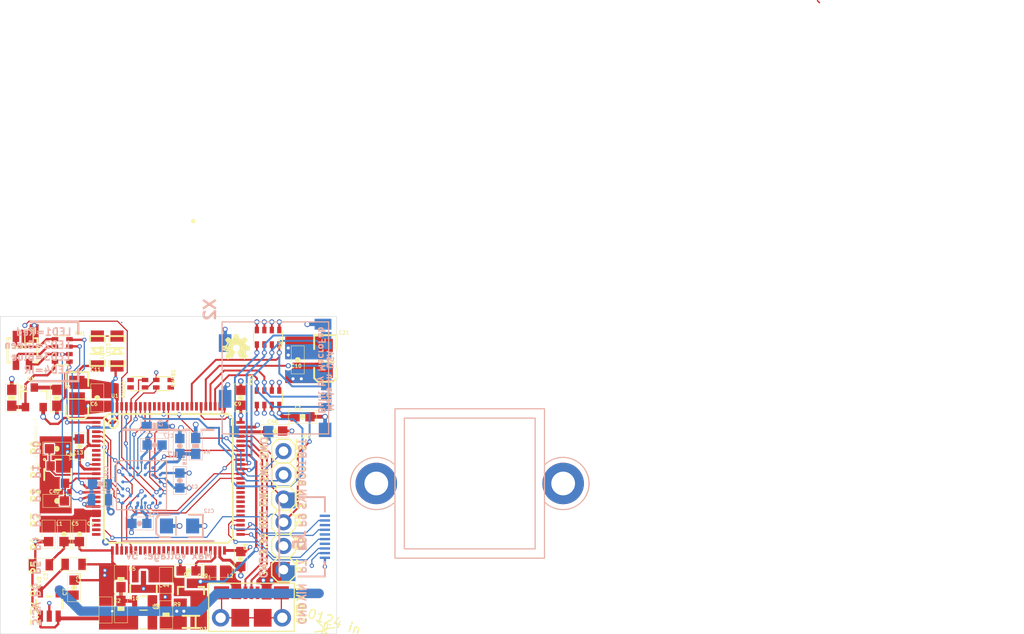
<source format=kicad_pcb>
(kicad_pcb (version 20171130) (host pcbnew "(5.1.4)-1")
  (layers (0 Top signal) (1 GND signal) (2 VCC signal) (31 Bottom signal) (34 B.Paste user hide) (35 F.Paste user hide) (36 B.SilkS user hide) (37 F.SilkS user hide) (38 B.Mask user hide) (39 F.Mask user hide) (44 Edge.Cuts user))
  (net 0 "")
  (net 1 GND)
  (net 2 VBUS)
  (net 3 VCC)
  (net 4 RAW)
  (net 5 VIN)
  (net 6 "Net-(C40-Pad2)")
  (net 7 "Net-(C41-Pad2)")
  (net 8 "Net-(C4-Pad1)")
  (net 9 /SDIO_D2)
  (net 10 /SDIO_D3)
  (net 11 /NRST)
  (net 12 /BOOT0)
  (net 13 /SDIO_CMD)
  (net 14 /SDIO_D0)
  (net 15 /SDIO_D1)
  (net 16 /SD_CD)
  (net 17 "Net-(Q1-Pad1)")
  (net 18 "Net-(Q1-Pad3)")
  (net 19 "Net-(LED1-PadB)")
  (net 20 "Net-(LED1-PadG)")
  (net 21 "Net-(LED1-PadR)")
  (net 22 "Net-(C48-Pad1)")
  (net 23 "Net-(C49-Pad1)")
  (net 24 /TIM4_CH1)
  (net 25 /TIM4_CH2)
  (net 26 /TIM4_CH3)
  (net 27 /DAC)
  (net 28 /I2C2_SDA)
  (net 29 /I2C2_SCL)
  (net 30 /SPI2_NSS)
  (net 31 /SPI2_SCLK)
  (net 32 /SPI2_MISO)
  (net 33 /SPI2_MOSI)
  (net 34 "Net-(LED3-PadC)")
  (net 35 /DCMI_D3)
  (net 36 /DCMI_D2)
  (net 37 /I2C1_SDA)
  (net 38 /I2C1_SCL)
  (net 39 /DCMI_VSYNC)
  (net 40 /DCMI_D5)
  (net 41 /SPI3_MOSI)
  (net 42 /SPI3_MISO)
  (net 43 /SPI3_SCLK/TRACESWO)
  (net 44 /DCMI_PWDN)
  (net 45 /UART2_RX)
  (net 46 /UART2_TX)
  (net 47 /GPIO2)
  (net 48 /GPIO1)
  (net 49 /GPIO3)
  (net 50 /SDIO_CLK)
  (net 51 /SPI3_SSEL)
  (net 52 /SWCLK)
  (net 53 /SWDIO)
  (net 54 /FS_DP)
  (net 55 /FS_DM)
  (net 56 /DCMI_RST)
  (net 57 /DCMI_CLK)
  (net 58 /DCMI_D1)
  (net 59 /DCMI_D0)
  (net 60 "Net-(U1-Pad62)")
  (net 61 "Net-(U1-Pad58)")
  (net 62 "Net-(U1-Pad57)")
  (net 63 /FREX)
  (net 64 /EXPST)
  (net 65 "Net-(U1-Pad45)")
  (net 66 "Net-(U1-Pad44)")
  (net 67 "Net-(U1-Pad43)")
  (net 68 "Net-(U1-Pad42)")
  (net 69 "Net-(U1-Pad41)")
  (net 70 "Net-(U1-Pad40)")
  (net 71 "Net-(U1-Pad39)")
  (net 72 "Net-(U1-Pad38)")
  (net 73 "Net-(U1-Pad37)")
  (net 74 "Net-(U1-Pad36)")
  (net 75 "Net-(U1-Pad35)")
  (net 76 "Net-(U1-Pad34)")
  (net 77 "Net-(U1-Pad33)")
  (net 78 "Net-(U1-Pad32)")
  (net 79 "Net-(U1-Pad31)")
  (net 80 /DCMI_PCLK)
  (net 81 /DCMI_HSYNC)
  (net 82 "Net-(U1-Pad25)")
  (net 83 "Net-(U1-Pad24)")
  (net 84 "Net-(U1-Pad23)")
  (net 85 "Net-(U1-Pad22)")
  (net 86 "Net-(U1-Pad18)")
  (net 87 /LED_B)
  (net 88 /LED_G)
  (net 89 /LED_R)
  (net 90 "Net-(U1-Pad9)")
  (net 91 "Net-(U1-Pad8)")
  (net 92 "Net-(U1-Pad7)")
  (net 93 /DCMI_D7)
  (net 94 /DCMI_D6)
  (net 95 /DCMI_D4)
  (net 96 "Net-(U1-Pad2)")
  (net 97 /LED_IR)
  (net 98 "Net-(L2-Pad1)")
  (net 99 "Net-(L3-Pad1)")
  (net 100 "Net-(R10-Pad1)")
  (net 101 "Net-(X1-PadS1)")
  (net 102 "Net-(X1-Pad4)")
  (net 103 "Net-(U2-PadE2)")
  (net 104 "Net-(U2-PadA6)")
  (net 105 "Net-(C16-Pad1)")
  (net 106 "Net-(C17-Pad1)")
  (net 107 "Net-(C18-Pad1)")
  (net 108 "Net-(C15-Pad1)")
  (net 109 "Net-(C7-Pad1)")
  (net 110 VDDA)
  (net 111 "Net-(LED2-PadC)")
  (net 112 /DCMI_FSIN)
  (net 113 /PWR_EN)
  (net 114 "Net-(J5-Pad8)")
  (net 115 "Net-(J5-Pad6)")
  (net 116 /BATT_N)
  (net 117 P$2)
  (net 118 P$1)
  (net 119 /FSIN)
  (module openmv3:LENSMOUNT-20MM (layer Bottom) (at 180.7511 111.3894)
    (fp_text reference LM1 hide)
    (fp_text value LENSMOUNT20MM hide)
    (pad P$2 thru_hole circle (at 10 0) (size 4.445 4.445) (drill 2.54) (layers *.Cu *.Mask) (net 117 P$2))
    (pad P$1 thru_hole circle (at -10 0) (size 4.445 4.445) (drill 2.54) (layers *.Cu *.Mask) (net 118 P$1))
  )
  (module XF2M-1015-1A:XF2M-1015-1A (layer Bottom) (at 165.25 117.1 90)
    (fp_text reference J5 (at -0.37186 -2.68404 90) (layer B.SilkS) (effects (font (size 1.27 1.27) (thickness 0.254)) (justify mirror)))
    (fp_text value XF2M-1015-1A hide)
    (pad 12 smd rect (at 3.9 -3.9) (size 1.5 1.7) (layers Bottom B.Paste B.Mask))
    (pad 11 smd rect (at -3.9 -3.9) (size 1.5 1.7) (layers Bottom B.Paste B.Mask))
    (pad 10 smd rect (at 2.25 0 90) (size 0.25 1.1) (layers Bottom B.Paste B.Mask) (net 113 /PWR_EN))
    (pad 9 smd rect (at 1.75 0 90) (size 0.25 1.1) (layers Bottom B.Paste B.Mask) (net 31 /SPI2_SCLK))
    (pad 8 smd rect (at 1.25 0 90) (size 0.25 1.1) (layers Bottom B.Paste B.Mask) (net 114 "Net-(J5-Pad8)"))
    (pad 7 smd rect (at 0.75 0 90) (size 0.25 1.1) (layers Bottom B.Paste B.Mask) (net 32 /SPI2_MISO))
    (pad 6 smd rect (at 0.25 0 90) (size 0.25 1.1) (layers Bottom B.Paste B.Mask) (net 115 "Net-(J5-Pad6)"))
    (pad 5 smd rect (at -0.25 0 90) (size 0.25 1.1) (layers Bottom B.Paste B.Mask) (net 30 /SPI2_NSS))
    (pad 4 smd rect (at -0.75 0 90) (size 0.25 1.1) (layers Bottom B.Paste B.Mask) (net 116 /BATT_N))
    (pad 3 smd rect (at -1.25 0 90) (size 0.25 1.1) (layers Bottom B.Paste B.Mask) (net 33 /SPI2_MOSI))
    (pad 2 smd rect (at -1.75 0 90) (size 0.25 1.1) (layers Bottom B.Paste B.Mask) (net 1 GND))
    (pad 1 smd rect (at -2.25 0 90) (size 0.25 1.1) (layers Bottom B.Paste B.Mask) (net 3 VCC))
  )
  (module openmv3:0603-CAP (layer Bottom) (at 141.1714 111.4289 180)
    (fp_text reference C19 (at -0.889 0.762 90) (layer B.SilkS) (effects (font (size 0.38608 0.38608) (thickness 0.077216)) (justify right bottom mirror)))
    (fp_text value 0.1uF)
    (pad 2 smd rect (at 0.8 0 180) (size 1 1) (layers Bottom B.Paste B.Mask) (net 1 GND))
    (pad 1 smd rect (at -0.8 0 180) (size 1 1) (layers Bottom B.Paste B.Mask) (net 3 VCC))
  )
  (module base:0603-RES (layer Bottom) (at 147.0251 105.2704 180)
    (fp_text reference R3 (at -0.889 0.762 270) (layer B.SilkS) (effects (font (size 0.38608 0.38608) (thickness 0.077216)) (justify left bottom mirror)))
    (fp_text value 10K)
    (pad 2 smd rect (at 0.85 0 180) (size 1.1 1) (layers Bottom B.Paste B.Mask) (net 112 /DCMI_FSIN))
    (pad 1 smd rect (at -0.85 0 180) (size 1.1 1) (layers Bottom B.Paste B.Mask) (net 1 GND))
  )
  (module openmv3:CSP2-28 (layer Bottom) (at 145.6211 111.5714 180)
    (fp_text reference U2 (at -2.7 2.9) (layer B.SilkS) (effects (font (size 0.57912 0.57912) (thickness 0.115824)) (justify right bottom mirror)))
    (fp_text value OV7725)
    (pad E5 smd roundrect (at 1.2 -1.15 180) (size 0.34 0.34) (layers Bottom B.Paste B.Mask) (roundrect_rratio 0.5) (net 3 VCC))
    (pad E4 smd roundrect (at 0.4 -1.15 180) (size 0.34 0.34) (layers Bottom B.Paste B.Mask) (roundrect_rratio 0.5) (net 80 /DCMI_PCLK))
    (pad E3 smd roundrect (at -0.4 -1.15 180) (size 0.34 0.34) (layers Bottom B.Paste B.Mask) (roundrect_rratio 0.5) (net 108 "Net-(C15-Pad1)"))
    (pad E2 smd roundrect (at -1.2 -1.15 180) (size 0.34 0.34) (layers Bottom B.Paste B.Mask) (roundrect_rratio 0.5) (net 103 "Net-(U2-PadE2)"))
    (pad F6 smd roundrect (at 2 -1.9 180) (size 0.34 0.34) (layers Bottom B.Paste B.Mask) (roundrect_rratio 0.5) (net 94 /DCMI_D6))
    (pad E6 smd roundrect (at 2 -1.15 180) (size 0.34 0.34) (layers Bottom B.Paste B.Mask) (roundrect_rratio 0.5) (net 95 /DCMI_D4))
    (pad D6 smd roundrect (at 2 -0.4 180) (size 0.34 0.34) (layers Bottom B.Paste B.Mask) (roundrect_rratio 0.5) (net 36 /DCMI_D2))
    (pad C6 smd roundrect (at 2 0.35 180) (size 0.34 0.34) (layers Bottom B.Paste B.Mask) (roundrect_rratio 0.5) (net 39 /DCMI_VSYNC))
    (pad F5 smd roundrect (at 1.2 -1.9 180) (size 0.34 0.34) (layers Bottom B.Paste B.Mask) (roundrect_rratio 0.5) (net 59 /DCMI_D0))
    (pad F4 smd roundrect (at 0.4 -1.9 180) (size 0.34 0.34) (layers Bottom B.Paste B.Mask) (roundrect_rratio 0.5) (net 1 GND))
    (pad F3 smd roundrect (at -0.4 -1.9 180) (size 0.34 0.34) (layers Bottom B.Paste B.Mask) (roundrect_rratio 0.5) (net 57 /DCMI_CLK))
    (pad F2 smd roundrect (at -1.2 -1.9 180) (size 0.34 0.34) (layers Bottom B.Paste B.Mask) (roundrect_rratio 0.5) (net 58 /DCMI_D1))
    (pad D1 smd roundrect (at -2 -0.4 180) (size 0.34 0.34) (layers Bottom B.Paste B.Mask) (roundrect_rratio 0.5) (net 35 /DCMI_D3))
    (pad F1 smd roundrect (at -2 -1.9 180) (size 0.34 0.34) (layers Bottom B.Paste B.Mask) (roundrect_rratio 0.5) (net 93 /DCMI_D7))
    (pad E1 smd roundrect (at -2 -1.15 180) (size 0.34 0.34) (layers Bottom B.Paste B.Mask) (roundrect_rratio 0.5) (net 40 /DCMI_D5))
    (pad C1 smd roundrect (at -2 0.35 180) (size 0.34 0.34) (layers Bottom B.Paste B.Mask) (roundrect_rratio 0.5) (net 44 /DCMI_PWDN))
    (pad B6 smd roundrect (at 2 1.1 180) (size 0.34 0.34) (layers Bottom B.Paste B.Mask) (roundrect_rratio 0.5) (net 81 /DCMI_HSYNC))
    (pad B5 smd roundrect (at 1.2 1.1 180) (size 0.34 0.34) (layers Bottom B.Paste B.Mask) (roundrect_rratio 0.5) (net 37 /I2C1_SDA))
    (pad B4 smd roundrect (at 0.4 1.1 180) (size 0.34 0.34) (layers Bottom B.Paste B.Mask) (roundrect_rratio 0.5) (net 1 GND))
    (pad B3 smd roundrect (at -0.4 1.1 180) (size 0.34 0.34) (layers Bottom B.Paste B.Mask) (roundrect_rratio 0.5) (net 107 "Net-(C18-Pad1)"))
    (pad B2 smd roundrect (at -1.2 1.1 180) (size 0.34 0.34) (layers Bottom B.Paste B.Mask) (roundrect_rratio 0.5) (net 105 "Net-(C16-Pad1)"))
    (pad B1 smd roundrect (at -2 1.1 180) (size 0.34 0.34) (layers Bottom B.Paste B.Mask) (roundrect_rratio 0.5) (net 1 GND))
    (pad A6 smd roundrect (at 2 1.85 180) (size 0.34 0.34) (layers Bottom B.Paste B.Mask) (roundrect_rratio 0.5) (net 104 "Net-(U2-PadA6)"))
    (pad A5 smd roundrect (at 1.2 1.85 180) (size 0.34 0.34) (layers Bottom B.Paste B.Mask) (roundrect_rratio 0.5) (net 38 /I2C1_SCL))
    (pad A4 smd roundrect (at 0.4 1.85 180) (size 0.34 0.34) (layers Bottom B.Paste B.Mask) (roundrect_rratio 0.5) (net 112 /DCMI_FSIN))
    (pad A3 smd roundrect (at -0.4 1.85 180) (size 0.34 0.34) (layers Bottom B.Paste B.Mask) (roundrect_rratio 0.5) (net 106 "Net-(C17-Pad1)"))
    (pad A2 smd roundrect (at -1.2 1.85 180) (size 0.34 0.34) (layers Bottom B.Paste B.Mask) (roundrect_rratio 0.5) (net 56 /DCMI_RST))
    (pad A1 smd roundrect (at -2 1.85 180) (size 0.34 0.34) (layers Bottom B.Paste B.Mask) (roundrect_rratio 0.5) (net 107 "Net-(C18-Pad1)"))
  )
  (module openmv3:EXBV4V (layer Top) (at 147.975 100.7 270)
    (fp_text reference RN4B1 (at -1.5875 -1.27 90) (layer F.SilkS) (effects (font (size 0.38608 0.38608) (thickness 0.077216)) (justify right bottom)))
    (fp_text value 4.7K)
    (pad 4 smd rect (at -0.4 -0.775 90) (size 0.45 0.7) (layers Top F.Paste F.Mask))
    (pad 3 smd rect (at 0.4 -0.775 90) (size 0.45 0.7) (layers Top F.Paste F.Mask))
    (pad 2 smd rect (at 0.4 0.775 270) (size 0.45 0.7) (layers Top F.Paste F.Mask) (net 38 /I2C1_SCL))
    (pad 1 smd rect (at -0.4 0.775 270) (size 0.45 0.7) (layers Top F.Paste F.Mask) (net 3 VCC))
  )
  (module openmv3:EXBV4V (layer Top) (at 145.225 100.7 90)
    (fp_text reference RN4A1 (at -1.5875 -1.27 90) (layer F.SilkS) (effects (font (size 0.38608 0.38608) (thickness 0.077216)) (justify left bottom)))
    (fp_text value 4.7K)
    (pad 4 smd rect (at -0.4 -0.775 270) (size 0.45 0.7) (layers Top F.Paste F.Mask))
    (pad 3 smd rect (at 0.4 -0.775 270) (size 0.45 0.7) (layers Top F.Paste F.Mask))
    (pad 2 smd rect (at 0.4 0.775 90) (size 0.45 0.7) (layers Top F.Paste F.Mask) (net 37 /I2C1_SDA))
    (pad 1 smd rect (at -0.4 0.775 90) (size 0.45 0.7) (layers Top F.Paste F.Mask) (net 3 VCC))
  )
  (module base:SOT23-5 (layer Top) (at 135.75 124.2999)
    (fp_text reference U5 (at -0.889 -2.159 -270) (layer F.SilkS) (effects (font (size 0.38608 0.38608) (thickness 0.077216)) (justify left bottom)))
    (fp_text value TPS731XX)
    (pad 5 smd rect (at -0.95 -1.3001) (size 0.55 1.2) (layers Top F.Paste F.Mask) (net 110 VDDA))
    (pad 4 smd rect (at 0.95 -1.3001) (size 0.55 1.2) (layers Top F.Paste F.Mask) (net 109 "Net-(C7-Pad1)"))
    (pad 3 smd rect (at 0.95 1.3001) (size 0.55 1.2) (layers Top F.Paste F.Mask) (net 3 VCC))
    (pad 2 smd rect (at 0 1.3001) (size 0.55 1.2) (layers Top F.Paste F.Mask) (net 1 GND))
    (pad 1 smd rect (at -0.95 1.3001) (size 0.55 1.2) (layers Top F.Paste F.Mask) (net 3 VCC))
  )
  (module base:LED-1206 (layer Top) (at 140.9 97.2 270)
    (fp_text reference LED3 (at -0.889 -1.397 270) (layer F.SilkS) (effects (font (size 0.38608 0.38608) (thickness 0.077216)) (justify right bottom)))
    (fp_text value VSMY12850)
    (pad C smd rect (at 1.6 0 270) (size 1.2 1.4) (layers Top F.Paste F.Mask) (net 34 "Net-(LED3-PadC)"))
    (pad A smd rect (at -1.6 0 270) (size 1.2 1.4) (layers Top F.Paste F.Mask) (net 111 "Net-(LED2-PadC)"))
  )
  (module base:LED-1206 (layer Top) (at 143 97.2 90)
    (fp_text reference LED2 (at -0.889 -1.397 -90) (layer F.SilkS) (effects (font (size 0.38608 0.38608) (thickness 0.077216)) (justify left bottom)))
    (fp_text value VSMY12850)
    (pad C smd rect (at 1.6 0 90) (size 1.2 1.4) (layers Top F.Paste F.Mask) (net 111 "Net-(LED2-PadC)"))
    (pad A smd rect (at -1.6 0 90) (size 1.2 1.4) (layers Top F.Paste F.Mask) (net 3 VCC))
  )
  (module base:0805 (layer Top) (at 138.35 120.05 180)
    (fp_text reference C22 (at -0.762 -0.8255 270) (layer F.SilkS) (effects (font (size 0.38608 0.38608) (thickness 0.077216)) (justify right bottom)))
    (fp_text value 10uF)
    (pad 2 smd rect (at 0.9 0 180) (size 0.8 1.2) (layers Top F.Paste F.Mask) (net 110 VDDA))
    (pad 1 smd rect (at -0.9 0 180) (size 0.8 1.2) (layers Top F.Paste F.Mask) (net 1 GND))
  )
  (module base:EIA3216 (layer Top) (at 165.3 98 270)
    (fp_text reference C21 (at -2.54 -1.381) (layer F.SilkS) (effects (font (size 0.38608 0.38608) (thickness 0.077216)) (justify left bottom)))
    (fp_text value 47uF)
    (pad A smd rect (at 1.4 0) (size 1.6 1.4) (layers Top F.Paste F.Mask) (net 3 VCC))
    (pad C smd rect (at -1.4 0) (size 1.6 1.4) (layers Top F.Paste F.Mask) (net 1 GND))
  )
  (module base:0603-CAP (layer Bottom) (at 149.7211 107.3714 90)
    (fp_text reference C18 (at -0.889 0.762 270) (layer B.SilkS) (effects (font (size 0.38608 0.38608) (thickness 0.077216)) (justify left bottom mirror)))
    (fp_text value 4.7uF)
    (pad 2 smd rect (at 0.8 0 90) (size 1 1) (layers Bottom B.Paste B.Mask) (net 1 GND))
    (pad 1 smd rect (at -0.8 0 90) (size 1 1) (layers Bottom B.Paste B.Mask) (net 107 "Net-(C18-Pad1)"))
  )
  (module base:0603-CAP (layer Top) (at 138.4 122.55 90)
    (fp_text reference C7 (at -0.889 -0.762 90) (layer F.SilkS) (effects (font (size 0.38608 0.38608) (thickness 0.077216)) (justify left bottom)))
    (fp_text value 0.1uF)
    (pad 2 smd rect (at 0.8 0 90) (size 1 1) (layers Top F.Paste F.Mask) (net 1 GND))
    (pad 1 smd rect (at -0.8 0 90) (size 1 1) (layers Top F.Paste F.Mask) (net 109 "Net-(C7-Pad1)"))
  )
  (module base:0805 (layer Top) (at 134.85 120.1 180)
    (fp_text reference C3 (at -0.762 -0.8255 270) (layer F.SilkS) (effects (font (size 0.38608 0.38608) (thickness 0.077216)) (justify right bottom)))
    (fp_text value 10uF)
    (pad 2 smd rect (at 0.9 0 180) (size 0.8 1.2) (layers Top F.Paste F.Mask) (net 3 VCC))
    (pad 1 smd rect (at -0.9 0 180) (size 0.8 1.2) (layers Top F.Paste F.Mask) (net 1 GND))
  )
  (module openmv3:EIA3216 (layer Bottom) (at 149.6921 115.9384 180)
    (fp_text reference C12 (at -2.54 1.381) (layer B.SilkS) (effects (font (size 0.38608 0.38608) (thickness 0.077216)) (justify right bottom mirror)))
    (fp_text value 47uF)
    (pad A smd rect (at 1.4 0 90) (size 1.6 1.4) (layers Bottom B.Paste B.Mask) (net 3 VCC))
    (pad C smd rect (at -1.4 0 90) (size 1.6 1.4) (layers Bottom B.Paste B.Mask) (net 1 GND))
  )
  (module openmv3:0603-CAP (layer Bottom) (at 145.3941 115.6714 180)
    (fp_text reference C15 (at -0.889 0.762) (layer B.SilkS) (effects (font (size 0.38608 0.38608) (thickness 0.077216)) (justify right bottom mirror)))
    (fp_text value 0.1uF)
    (pad 2 smd rect (at 0.8 0 180) (size 1 1) (layers Bottom B.Paste B.Mask) (net 1 GND))
    (pad 1 smd rect (at -0.8 0 180) (size 1 1) (layers Bottom B.Paste B.Mask) (net 108 "Net-(C15-Pad1)"))
  )
  (module openmv3:0603-CAP (layer Bottom) (at 149.7211 111.0714 90)
    (fp_text reference C16 (at -0.889 0.762) (layer B.SilkS) (effects (font (size 0.38608 0.38608) (thickness 0.077216)) (justify right bottom mirror)))
    (fp_text value 0.1uF)
    (pad 2 smd rect (at 0.8 0 90) (size 1 1) (layers Bottom B.Paste B.Mask) (net 1 GND))
    (pad 1 smd rect (at -0.8 0 90) (size 1 1) (layers Bottom B.Paste B.Mask) (net 105 "Net-(C16-Pad1)"))
  )
  (module openmv3:0805 (layer Bottom) (at 141.1714 113.1289 180)
    (fp_text reference C20 (at -0.762 0.8255 90) (layer B.SilkS) (effects (font (size 0.38608 0.38608) (thickness 0.077216)) (justify right bottom mirror)))
    (fp_text value 22uF)
    (pad 2 smd rect (at 0.9 0 180) (size 0.8 1.2) (layers Bottom B.Paste B.Mask) (net 1 GND))
    (pad 1 smd rect (at -0.9 0 180) (size 0.8 1.2) (layers Bottom B.Paste B.Mask) (net 3 VCC))
  )
  (module openmv3:0603-RES (layer Bottom) (at 151.4211 107.3714 90)
    (fp_text reference R4 (at -0.889 0.762) (layer B.SilkS) (effects (font (size 0.38608 0.38608) (thickness 0.077216)) (justify right bottom mirror)))
    (fp_text value 10K)
    (pad 2 smd rect (at 0.85 0 90) (size 1.1 1) (layers Bottom B.Paste B.Mask) (net 3 VCC))
    (pad 1 smd rect (at -0.85 0 90) (size 1.1 1) (layers Bottom B.Paste B.Mask) (net 107 "Net-(C18-Pad1)"))
  )
  (module openmv3:0603-CAP (layer Bottom) (at 147.021106 107.271371 180)
    (fp_text reference C17 (at -0.889 0.762) (layer B.SilkS) (effects (font (size 0.38608 0.38608) (thickness 0.077216)) (justify right bottom mirror)))
    (fp_text value 0.1uF)
    (pad 2 smd rect (at 0.8 0 180) (size 1 1) (layers Bottom B.Paste B.Mask) (net 1 GND))
    (pad 1 smd rect (at -0.8 0 180) (size 1 1) (layers Bottom B.Paste B.Mask) (net 106 "Net-(C17-Pad1)"))
  )
  (module base:LQFP100 (layer Top) (at 148.5011 110.8456)
    (fp_text reference U1 (at -6.175 -8.62) (layer F.SilkS) (effects (font (size 0.38608 0.38608) (thickness 0.077216)) (justify left bottom)))
    (fp_text value STM32H743VIT6)
    (pad 100 smd rect (at -6 -7.72) (size 0.3 0.9) (layers Top F.Paste F.Mask) (net 3 VCC))
    (pad 99 smd rect (at -5.5 -7.72) (size 0.3 0.9) (layers Top F.Paste F.Mask) (net 1 GND))
    (pad 98 smd rect (at -5 -7.72) (size 0.3 0.9) (layers Top F.Paste F.Mask) (net 35 /DCMI_D3))
    (pad 97 smd rect (at -4.5 -7.72) (size 0.3 0.9) (layers Top F.Paste F.Mask) (net 36 /DCMI_D2))
    (pad 96 smd rect (at -4 -7.72) (size 0.3 0.9) (layers Top F.Paste F.Mask) (net 37 /I2C1_SDA))
    (pad 95 smd rect (at -3.5 -7.72) (size 0.3 0.9) (layers Top F.Paste F.Mask) (net 38 /I2C1_SCL))
    (pad 94 smd rect (at -3 -7.72) (size 0.3 0.9) (layers Top F.Paste F.Mask) (net 12 /BOOT0))
    (pad 93 smd rect (at -2.5 -7.72) (size 0.3 0.9) (layers Top F.Paste F.Mask) (net 39 /DCMI_VSYNC))
    (pad 92 smd rect (at -2 -7.72) (size 0.3 0.9) (layers Top F.Paste F.Mask) (net 40 /DCMI_D5))
    (pad 91 smd rect (at -1.5 -7.72) (size 0.3 0.9) (layers Top F.Paste F.Mask) (net 41 /SPI3_MOSI))
    (pad 90 smd rect (at -1 -7.72) (size 0.3 0.9) (layers Top F.Paste F.Mask) (net 42 /SPI3_MISO))
    (pad 89 smd rect (at -0.5 -7.72) (size 0.3 0.9) (layers Top F.Paste F.Mask) (net 43 /SPI3_SCLK/TRACESWO))
    (pad 88 smd rect (at 0 -7.72) (size 0.3 0.9) (layers Top F.Paste F.Mask) (net 44 /DCMI_PWDN))
    (pad 87 smd rect (at 0.5 -7.72) (size 0.3 0.9) (layers Top F.Paste F.Mask) (net 45 /UART2_RX))
    (pad 86 smd rect (at 1 -7.72) (size 0.3 0.9) (layers Top F.Paste F.Mask) (net 46 /UART2_TX))
    (pad 85 smd rect (at 1.5 -7.72) (size 0.3 0.9) (layers Top F.Paste F.Mask) (net 47 /GPIO2))
    (pad 84 smd rect (at 2 -7.72) (size 0.3 0.9) (layers Top F.Paste F.Mask) (net 48 /GPIO1))
    (pad 83 smd rect (at 2.5 -7.72) (size 0.3 0.9) (layers Top F.Paste F.Mask) (net 13 /SDIO_CMD))
    (pad 82 smd rect (at 3 -7.72) (size 0.3 0.9) (layers Top F.Paste F.Mask) (net 49 /GPIO3))
    (pad 81 smd rect (at 3.5 -7.72) (size 0.3 0.9) (layers Top F.Paste F.Mask) (net 16 /SD_CD))
    (pad 80 smd rect (at 4 -7.72) (size 0.3 0.9) (layers Top F.Paste F.Mask) (net 50 /SDIO_CLK))
    (pad 79 smd rect (at 4.5 -7.72) (size 0.3 0.9) (layers Top F.Paste F.Mask) (net 10 /SDIO_D3))
    (pad 78 smd rect (at 5 -7.72) (size 0.3 0.9) (layers Top F.Paste F.Mask) (net 9 /SDIO_D2))
    (pad 77 smd rect (at 5.5 -7.72) (size 0.3 0.9) (layers Top F.Paste F.Mask) (net 51 /SPI3_SSEL))
    (pad 76 smd rect (at 6 -7.72) (size 0.3 0.9) (layers Top F.Paste F.Mask) (net 52 /SWCLK))
    (pad 75 smd rect (at 7.72 -6) (size 0.9 0.3) (layers Top F.Paste F.Mask) (net 3 VCC))
    (pad 74 smd rect (at 7.72 -5.5) (size 0.9 0.3) (layers Top F.Paste F.Mask) (net 1 GND))
    (pad 73 smd rect (at 7.72 -5) (size 0.9 0.3) (layers Top F.Paste F.Mask) (net 22 "Net-(C48-Pad1)"))
    (pad 72 smd rect (at 7.72 -4.5) (size 0.9 0.3) (layers Top F.Paste F.Mask) (net 53 /SWDIO))
    (pad 71 smd rect (at 7.72 -4) (size 0.9 0.3) (layers Top F.Paste F.Mask) (net 54 /FS_DP))
    (pad 70 smd rect (at 7.72 -3.5) (size 0.9 0.3) (layers Top F.Paste F.Mask) (net 55 /FS_DM))
    (pad 69 smd rect (at 7.72 -3) (size 0.9 0.3) (layers Top F.Paste F.Mask) (net 56 /DCMI_RST))
    (pad 68 smd rect (at 7.72 -2.5) (size 0.9 0.3) (layers Top F.Paste F.Mask) (net 2 VBUS))
    (pad 67 smd rect (at 7.72 -2) (size 0.9 0.3) (layers Top F.Paste F.Mask) (net 57 /DCMI_CLK))
    (pad 66 smd rect (at 7.72 -1.5) (size 0.9 0.3) (layers Top F.Paste F.Mask) (net 15 /SDIO_D1))
    (pad 65 smd rect (at 7.72 -1) (size 0.9 0.3) (layers Top F.Paste F.Mask) (net 14 /SDIO_D0))
    (pad 64 smd rect (at 7.72 -0.5) (size 0.9 0.3) (layers Top F.Paste F.Mask) (net 58 /DCMI_D1))
    (pad 63 smd rect (at 7.72 0) (size 0.9 0.3) (layers Top F.Paste F.Mask) (net 59 /DCMI_D0))
    (pad 62 smd rect (at 7.72 0.5) (size 0.9 0.3) (layers Top F.Paste F.Mask) (net 60 "Net-(U1-Pad62)"))
    (pad 61 smd rect (at 7.72 1) (size 0.9 0.3) (layers Top F.Paste F.Mask) (net 26 /TIM4_CH3))
    (pad 60 smd rect (at 7.72 1.5) (size 0.9 0.3) (layers Top F.Paste F.Mask) (net 25 /TIM4_CH2))
    (pad 59 smd rect (at 7.72 2) (size 0.9 0.3) (layers Top F.Paste F.Mask) (net 24 /TIM4_CH1))
    (pad 58 smd rect (at 7.72 2.5) (size 0.9 0.3) (layers Top F.Paste F.Mask) (net 61 "Net-(U1-Pad58)"))
    (pad 57 smd rect (at 7.72 3) (size 0.9 0.3) (layers Top F.Paste F.Mask) (net 62 "Net-(U1-Pad57)"))
    (pad 56 smd rect (at 7.72 3.5) (size 0.9 0.3) (layers Top F.Paste F.Mask) (net 63 /FREX))
    (pad 55 smd rect (at 7.72 4) (size 0.9 0.3) (layers Top F.Paste F.Mask) (net 64 /EXPST))
    (pad 54 smd rect (at 7.72 4.5) (size 0.9 0.3) (layers Top F.Paste F.Mask) (net 33 /SPI2_MOSI))
    (pad 53 smd rect (at 7.72 5) (size 0.9 0.3) (layers Top F.Paste F.Mask) (net 32 /SPI2_MISO))
    (pad 52 smd rect (at 7.72 5.5) (size 0.9 0.3) (layers Top F.Paste F.Mask) (net 31 /SPI2_SCLK))
    (pad 51 smd rect (at 7.72 6) (size 0.9 0.3) (layers Top F.Paste F.Mask) (net 30 /SPI2_NSS))
    (pad 50 smd rect (at 6 7.72) (size 0.3 0.9) (layers Top F.Paste F.Mask) (net 3 VCC))
    (pad 49 smd rect (at 5.5 7.72) (size 0.3 0.9) (layers Top F.Paste F.Mask) (net 1 GND))
    (pad 48 smd rect (at 5 7.72) (size 0.3 0.9) (layers Top F.Paste F.Mask) (net 23 "Net-(C49-Pad1)"))
    (pad 47 smd rect (at 4.5 7.72) (size 0.3 0.9) (layers Top F.Paste F.Mask) (net 28 /I2C2_SDA))
    (pad 46 smd rect (at 4 7.72) (size 0.3 0.9) (layers Top F.Paste F.Mask) (net 29 /I2C2_SCL))
    (pad 45 smd rect (at 3.5 7.72) (size 0.3 0.9) (layers Top F.Paste F.Mask) (net 65 "Net-(U1-Pad45)"))
    (pad 44 smd rect (at 3 7.72) (size 0.3 0.9) (layers Top F.Paste F.Mask) (net 66 "Net-(U1-Pad44)"))
    (pad 43 smd rect (at 2.5 7.72) (size 0.3 0.9) (layers Top F.Paste F.Mask) (net 67 "Net-(U1-Pad43)"))
    (pad 42 smd rect (at 2 7.72) (size 0.3 0.9) (layers Top F.Paste F.Mask) (net 68 "Net-(U1-Pad42)"))
    (pad 41 smd rect (at 1.5 7.72) (size 0.3 0.9) (layers Top F.Paste F.Mask) (net 69 "Net-(U1-Pad41)"))
    (pad 40 smd rect (at 1 7.72) (size 0.3 0.9) (layers Top F.Paste F.Mask) (net 70 "Net-(U1-Pad40)"))
    (pad 39 smd rect (at 0.5 7.72) (size 0.3 0.9) (layers Top F.Paste F.Mask) (net 71 "Net-(U1-Pad39)"))
    (pad 38 smd rect (at 0 7.72) (size 0.3 0.9) (layers Top F.Paste F.Mask) (net 72 "Net-(U1-Pad38)"))
    (pad 37 smd rect (at -0.5 7.72) (size 0.3 0.9) (layers Top F.Paste F.Mask) (net 73 "Net-(U1-Pad37)"))
    (pad 36 smd rect (at -1 7.72) (size 0.3 0.9) (layers Top F.Paste F.Mask) (net 74 "Net-(U1-Pad36)"))
    (pad 35 smd rect (at -1.5 7.72) (size 0.3 0.9) (layers Top F.Paste F.Mask) (net 75 "Net-(U1-Pad35)"))
    (pad 34 smd rect (at -2 7.72) (size 0.3 0.9) (layers Top F.Paste F.Mask) (net 76 "Net-(U1-Pad34)"))
    (pad 33 smd rect (at -2.5 7.72) (size 0.3 0.9) (layers Top F.Paste F.Mask) (net 77 "Net-(U1-Pad33)"))
    (pad 32 smd rect (at -3 7.72) (size 0.3 0.9) (layers Top F.Paste F.Mask) (net 78 "Net-(U1-Pad32)"))
    (pad 31 smd rect (at -3.5 7.72) (size 0.3 0.9) (layers Top F.Paste F.Mask) (net 79 "Net-(U1-Pad31)"))
    (pad 30 smd rect (at -4 7.72) (size 0.3 0.9) (layers Top F.Paste F.Mask) (net 80 /DCMI_PCLK))
    (pad 29 smd rect (at -4.5 7.72) (size 0.3 0.9) (layers Top F.Paste F.Mask) (net 27 /DAC))
    (pad 28 smd rect (at -5 7.72) (size 0.3 0.9) (layers Top F.Paste F.Mask) (net 81 /DCMI_HSYNC))
    (pad 27 smd rect (at -5.5 7.72) (size 0.3 0.9) (layers Top F.Paste F.Mask) (net 3 VCC))
    (pad 26 smd rect (at -6 7.72) (size 0.3 0.9) (layers Top F.Paste F.Mask) (net 1 GND))
    (pad 25 smd rect (at -7.72 6) (size 0.9 0.3) (layers Top F.Paste F.Mask) (net 82 "Net-(U1-Pad25)"))
    (pad 24 smd rect (at -7.72 5.5) (size 0.9 0.3) (layers Top F.Paste F.Mask) (net 83 "Net-(U1-Pad24)"))
    (pad 23 smd rect (at -7.72 5) (size 0.9 0.3) (layers Top F.Paste F.Mask) (net 84 "Net-(U1-Pad23)"))
    (pad 22 smd rect (at -7.72 4.5) (size 0.9 0.3) (layers Top F.Paste F.Mask) (net 85 "Net-(U1-Pad22)"))
    (pad 21 smd rect (at -7.72 4) (size 0.9 0.3) (layers Top F.Paste F.Mask) (net 8 "Net-(C4-Pad1)"))
    (pad 20 smd rect (at -7.72 3.5) (size 0.9 0.3) (layers Top F.Paste F.Mask) (net 8 "Net-(C4-Pad1)"))
    (pad 19 smd rect (at -7.72 3) (size 0.9 0.3) (layers Top F.Paste F.Mask) (net 1 GND))
    (pad 18 smd rect (at -7.72 2.5) (size 0.9 0.3) (layers Top F.Paste F.Mask) (net 86 "Net-(U1-Pad18)"))
    (pad 17 smd rect (at -7.72 2) (size 0.9 0.3) (layers Top F.Paste F.Mask) (net 87 /LED_B))
    (pad 16 smd rect (at -7.72 1.5) (size 0.9 0.3) (layers Top F.Paste F.Mask) (net 88 /LED_G))
    (pad 15 smd rect (at -7.72 1) (size 0.9 0.3) (layers Top F.Paste F.Mask) (net 89 /LED_R))
    (pad 14 smd rect (at -7.72 0.5) (size 0.9 0.3) (layers Top F.Paste F.Mask) (net 11 /NRST))
    (pad 13 smd rect (at -7.72 0) (size 0.9 0.3) (layers Top F.Paste F.Mask) (net 6 "Net-(C40-Pad2)"))
    (pad 12 smd rect (at -7.72 -0.5) (size 0.9 0.3) (layers Top F.Paste F.Mask) (net 7 "Net-(C41-Pad2)"))
    (pad 11 smd rect (at -7.72 -1) (size 0.9 0.3) (layers Top F.Paste F.Mask) (net 3 VCC))
    (pad 10 smd rect (at -7.72 -1.5) (size 0.9 0.3) (layers Top F.Paste F.Mask) (net 1 GND))
    (pad 9 smd rect (at -7.72 -2) (size 0.9 0.3) (layers Top F.Paste F.Mask) (net 90 "Net-(U1-Pad9)"))
    (pad 8 smd rect (at -7.72 -2.5) (size 0.9 0.3) (layers Top F.Paste F.Mask) (net 91 "Net-(U1-Pad8)"))
    (pad 7 smd rect (at -7.72 -3) (size 0.9 0.3) (layers Top F.Paste F.Mask) (net 92 "Net-(U1-Pad7)"))
    (pad 6 smd rect (at -7.72 -3.5) (size 0.9 0.3) (layers Top F.Paste F.Mask) (net 3 VCC))
    (pad 5 smd rect (at -7.72 -4) (size 0.9 0.3) (layers Top F.Paste F.Mask) (net 93 /DCMI_D7))
    (pad 4 smd rect (at -7.72 -4.5) (size 0.9 0.3) (layers Top F.Paste F.Mask) (net 94 /DCMI_D6))
    (pad 3 smd rect (at -7.72 -5) (size 0.9 0.3) (layers Top F.Paste F.Mask) (net 95 /DCMI_D4))
    (pad 2 smd rect (at -7.72 -5.5) (size 0.9 0.3) (layers Top F.Paste F.Mask) (net 96 "Net-(U1-Pad2)"))
    (pad 1 smd rect (at -7.72 -6) (size 0.9 0.3) (layers Top F.Paste F.Mask) (net 97 /LED_IR))
  )
  (module base:0603-CAP (layer Top) (at 162.8521 104.2416)
    (fp_text reference C1 (at -0.889 -0.762) (layer F.SilkS) (effects (font (size 0.38608 0.38608) (thickness 0.077216)) (justify left bottom)))
    (fp_text value 1uF)
    (pad 2 smd rect (at 0.8 0) (size 1 1) (layers Top F.Paste F.Mask) (net 1 GND))
    (pad 1 smd rect (at -0.8 0) (size 1 1) (layers Top F.Paste F.Mask) (net 11 /NRST))
  )
  (module base:0603-RES (layer Top) (at 131.7371 102.2096 270)
    (fp_text reference R2 (at -0.889 -0.762) (layer F.SilkS) (effects (font (size 0.38608 0.38608) (thickness 0.077216)) (justify left bottom)))
    (fp_text value 10K)
    (pad 2 smd rect (at 0.85 0 270) (size 1.1 1) (layers Top F.Paste F.Mask) (net 17 "Net-(Q1-Pad1)"))
    (pad 1 smd rect (at -0.85 0 270) (size 1.1 1) (layers Top F.Paste F.Mask) (net 1 GND))
  )
  (module base:EXBV8V (layer Top) (at 137.1346 97.1296 270)
    (fp_text reference RN1 (at -1.5875 -1.27) (layer F.SilkS) (effects (font (size 0.38608 0.38608) (thickness 0.077216)) (justify left bottom)))
    (fp_text value 220R hide)
    (pad 8 smd rect (at -1.2 -0.775 90) (size 0.45 0.7) (layers Top F.Paste F.Mask) (net 89 /LED_R))
    (pad 7 smd rect (at -0.4 -0.775 90) (size 0.45 0.7) (layers Top F.Paste F.Mask) (net 88 /LED_G))
    (pad 6 smd rect (at 0.4 -0.775 90) (size 0.45 0.7) (layers Top F.Paste F.Mask) (net 87 /LED_B))
    (pad 5 smd rect (at 1.2 -0.775 90) (size 0.45 0.7) (layers Top F.Paste F.Mask) (net 97 /LED_IR))
    (pad 4 smd rect (at 1.2 0.775 270) (size 0.45 0.7) (layers Top F.Paste F.Mask) (net 17 "Net-(Q1-Pad1)"))
    (pad 3 smd rect (at 0.4 0.775 270) (size 0.45 0.7) (layers Top F.Paste F.Mask) (net 19 "Net-(LED1-PadB)"))
    (pad 2 smd rect (at -0.4 0.775 270) (size 0.45 0.7) (layers Top F.Paste F.Mask) (net 20 "Net-(LED1-PadG)"))
    (pad 1 smd rect (at -1.2 0.775 270) (size 0.45 0.7) (layers Top F.Paste F.Mask) (net 21 "Net-(LED1-PadR)"))
  )
  (module base:EIA3216 (layer Top) (at 138.7221 101.9556 270)
    (fp_text reference C11 (at -2.54 -1.381) (layer F.SilkS) (effects (font (size 0.38608 0.38608) (thickness 0.077216)) (justify left bottom)))
    (fp_text value 47uF)
    (pad A smd rect (at 1.4 0) (size 1.6 1.4) (layers Top F.Paste F.Mask) (net 3 VCC))
    (pad C smd rect (at -1.4 0) (size 1.6 1.4) (layers Top F.Paste F.Mask) (net 1 GND))
  )
  (module base:0603-RES (layer Top) (at 136.5631 102.2096 270)
    (fp_text reference R1 (at -0.889 -0.762) (layer F.SilkS) (effects (font (size 0.38608 0.38608) (thickness 0.077216)) (justify left bottom)))
    (fp_text value 10R)
    (pad 2 smd rect (at 0.85 0 270) (size 1.1 1) (layers Top F.Paste F.Mask) (net 34 "Net-(LED3-PadC)"))
    (pad 1 smd rect (at -0.85 0 270) (size 1.1 1) (layers Top F.Paste F.Mask) (net 18 "Net-(Q1-Pad3)"))
  )
  (module base:EXBV8V (layer Top) (at 159.1691 102.2096)
    (fp_text reference RN3 (at -1.5875 -1.27 90) (layer F.SilkS) (effects (font (size 0.38608 0.38608) (thickness 0.077216)) (justify left bottom)))
    (fp_text value 10K)
    (pad 8 smd rect (at -1.2 -0.775 180) (size 0.45 0.7) (layers Top F.Paste F.Mask) (net 9 /SDIO_D2))
    (pad 7 smd rect (at -0.4 -0.775 180) (size 0.45 0.7) (layers Top F.Paste F.Mask) (net 10 /SDIO_D3))
    (pad 6 smd rect (at 0.4 -0.775 180) (size 0.45 0.7) (layers Top F.Paste F.Mask) (net 1 GND))
    (pad 5 smd rect (at 1.2 -0.775 180) (size 0.45 0.7) (layers Top F.Paste F.Mask) (net 3 VCC))
    (pad 4 smd rect (at 1.2 0.775) (size 0.45 0.7) (layers Top F.Paste F.Mask) (net 11 /NRST))
    (pad 3 smd rect (at 0.4 0.775) (size 0.45 0.7) (layers Top F.Paste F.Mask) (net 12 /BOOT0))
    (pad 2 smd rect (at -0.4 0.775) (size 0.45 0.7) (layers Top F.Paste F.Mask) (net 3 VCC))
    (pad 1 smd rect (at -1.2 0.775) (size 0.45 0.7) (layers Top F.Paste F.Mask) (net 3 VCC))
  )
  (module base:EXBV8V (layer Top) (at 159.1691 95.7326 180)
    (fp_text reference RN2 (at -1.5875 -1.27 90) (layer F.SilkS) (effects (font (size 0.38608 0.38608) (thickness 0.077216)) (justify left bottom)))
    (fp_text value 10K)
    (pad 8 smd rect (at -1.2 -0.775) (size 0.45 0.7) (layers Top F.Paste F.Mask) (net 13 /SDIO_CMD))
    (pad 7 smd rect (at -0.4 -0.775) (size 0.45 0.7) (layers Top F.Paste F.Mask) (net 14 /SDIO_D0))
    (pad 6 smd rect (at 0.4 -0.775) (size 0.45 0.7) (layers Top F.Paste F.Mask) (net 15 /SDIO_D1))
    (pad 5 smd rect (at 1.2 -0.775) (size 0.45 0.7) (layers Top F.Paste F.Mask) (net 16 /SD_CD))
    (pad 4 smd rect (at 1.2 0.775 180) (size 0.45 0.7) (layers Top F.Paste F.Mask) (net 3 VCC))
    (pad 3 smd rect (at 0.4 0.775 180) (size 0.45 0.7) (layers Top F.Paste F.Mask) (net 3 VCC))
    (pad 2 smd rect (at -0.4 0.775 180) (size 0.45 0.7) (layers Top F.Paste F.Mask) (net 3 VCC))
    (pad 1 smd rect (at -1.2 0.775 180) (size 0.45 0.7) (layers Top F.Paste F.Mask) (net 3 VCC))
  )
  (module base:SOT23-3 (layer Top) (at 134.1501 102.2096)
    (fp_text reference Q1 (at -0.8255 -1.778) (layer F.SilkS) (effects (font (size 0.38608 0.38608) (thickness 0.077216)) (justify left bottom)))
    (fp_text value BSS138)
    (pad 1 smd rect (at -0.95 1) (size 0.8 0.9) (layers Top F.Paste F.Mask) (net 17 "Net-(Q1-Pad1)"))
    (pad 2 smd rect (at 0.95 1) (size 0.8 0.9) (layers Top F.Paste F.Mask) (net 1 GND))
    (pad 3 smd rect (at 0 -1.1) (size 0.8 0.9) (layers Top F.Paste F.Mask) (net 18 "Net-(Q1-Pad3)"))
  )
  (module base:OSHW_FILLX100_NOTEXT (layer Top) (at 154.3431 98.0186)
    (fp_text reference LOGO1 hide)
    (fp_text value OSHW_LOGO_FILLX0100-NT hide)
  )
  (module base:0603-CAP (layer Top) (at 156.2481 102.2096 90)
    (fp_text reference C9 (at -0.889 -0.762) (layer F.SilkS) (effects (font (size 0.38608 0.38608) (thickness 0.077216)) (justify left bottom)))
    (fp_text value 0.1uF)
    (pad 2 smd rect (at 0.8 0 90) (size 1 1) (layers Top F.Paste F.Mask) (net 1 GND))
    (pad 1 smd rect (at -0.8 0 90) (size 1 1) (layers Top F.Paste F.Mask) (net 3 VCC))
  )
  (module base:LED-TRICOLOR-SMD-MF (layer Top) (at 132.8801 97.1296)
    (fp_text reference LED1 (at -1.016 -0.127) (layer F.SilkS) (effects (font (size 0.38608 0.38608) (thickness 0.077216)) (justify left bottom)))
    (fp_text value LED-TRICOLOR)
    (pad B smd rect (at 0.7 1.5) (size 0.7 1.2) (layers Top F.Paste F.Mask) (net 19 "Net-(LED1-PadB)"))
    (pad G smd rect (at -0.7 1.5) (size 0.7 1.2) (layers Top F.Paste F.Mask) (net 20 "Net-(LED1-PadG)"))
    (pad A smd rect (at 0.7 -1.5) (size 0.7 1.2) (layers Top F.Paste F.Mask) (net 3 VCC))
    (pad R smd rect (at -0.7 -1.5) (size 0.7 1.2) (layers Top F.Paste F.Mask) (net 21 "Net-(LED1-PadR)"))
  )
  (module base:0603-CAP (layer Top) (at 162.3441 98.1456 90)
    (fp_text reference C10 (at -0.889 -0.762) (layer F.SilkS) (effects (font (size 0.38608 0.38608) (thickness 0.077216)) (justify left bottom)))
    (fp_text value 0.1uF)
    (pad 2 smd rect (at 0.8 0 90) (size 1 1) (layers Top F.Paste F.Mask) (net 1 GND))
    (pad 1 smd rect (at -0.8 0 90) (size 1 1) (layers Top F.Paste F.Mask) (net 3 VCC))
  )
  (module base:0603-CAP (layer Top) (at 140.8811 102.2096 90)
    (fp_text reference C6 (at -0.889 -0.762) (layer F.SilkS) (effects (font (size 0.38608 0.38608) (thickness 0.077216)) (justify left bottom)))
    (fp_text value 0.1uF)
    (pad 2 smd rect (at 0.8 0 90) (size 1 1) (layers Top F.Paste F.Mask) (net 1 GND))
    (pad 1 smd rect (at -0.8 0 90) (size 1 1) (layers Top F.Paste F.Mask) (net 3 VCC))
  )
  (module base:0603-CAP (layer Top) (at 136.5631 113.2586)
    (fp_text reference C40 (at -0.889 -0.762) (layer F.SilkS) (effects (font (size 0.38608 0.38608) (thickness 0.077216)) (justify left bottom)))
    (fp_text value 12pF)
    (pad 2 smd rect (at 0.8 0) (size 1 1) (layers Top F.Paste F.Mask) (net 6 "Net-(C40-Pad2)"))
    (pad 1 smd rect (at -0.8 0) (size 1 1) (layers Top F.Paste F.Mask) (net 1 GND))
  )
  (module base:0603-CAP (layer Top) (at 136.5631 107.6706 180)
    (fp_text reference C41 (at -0.889 -0.762) (layer F.SilkS) (effects (font (size 0.38608 0.38608) (thickness 0.077216)) (justify left bottom)))
    (fp_text value 12pF)
    (pad 2 smd rect (at 0.8 0 180) (size 1 1) (layers Top F.Paste F.Mask) (net 7 "Net-(C41-Pad2)"))
    (pad 1 smd rect (at -0.8 0 180) (size 1 1) (layers Top F.Paste F.Mask) (net 1 GND))
  )
  (module base:0603-CAP (layer Top) (at 138.9761 116.8146 270)
    (fp_text reference C4 (at -0.889 -0.762) (layer F.SilkS) (effects (font (size 0.38608 0.38608) (thickness 0.077216)) (justify left bottom)))
    (fp_text value 1uF)
    (pad 2 smd rect (at 0.8 0 270) (size 1 1) (layers Top F.Paste F.Mask) (net 1 GND))
    (pad 1 smd rect (at -0.8 0 270) (size 1 1) (layers Top F.Paste F.Mask) (net 8 "Net-(C4-Pad1)"))
  )
  (module base:0603-CAP (layer Top) (at 137.3251 116.8146 270)
    (fp_text reference C5 (at -0.889 -0.762) (layer F.SilkS) (effects (font (size 0.38608 0.38608) (thickness 0.077216)) (justify left bottom)))
    (fp_text value 0.1uF)
    (pad 2 smd rect (at 0.8 0 270) (size 1 1) (layers Top F.Paste F.Mask) (net 1 GND))
    (pad 1 smd rect (at -0.8 0 270) (size 1 1) (layers Top F.Paste F.Mask) (net 8 "Net-(C4-Pad1)"))
  )
  (module base:0603-CAP (layer Top) (at 156.2481 119.4816 270)
    (fp_text reference C8 (at -0.889 -0.762 90) (layer F.SilkS) (effects (font (size 0.38608 0.38608) (thickness 0.077216)) (justify left bottom)))
    (fp_text value 0.1uF)
    (pad 2 smd rect (at 0.8 0 270) (size 1 1) (layers Top F.Paste F.Mask) (net 1 GND))
    (pad 1 smd rect (at -0.8 0 270) (size 1 1) (layers Top F.Paste F.Mask) (net 3 VCC))
  )
  (module base:0603-CAP (layer Top) (at 138.9761 107.4166 90)
    (fp_text reference C13 (at -0.889 -0.762) (layer F.SilkS) (effects (font (size 0.38608 0.38608) (thickness 0.077216)) (justify left bottom)))
    (fp_text value 0.1uF)
    (pad 2 smd rect (at 0.8 0 90) (size 1 1) (layers Top F.Paste F.Mask) (net 1 GND))
    (pad 1 smd rect (at -0.8 0 90) (size 1 1) (layers Top F.Paste F.Mask) (net 3 VCC))
  )
  (module base:0603 (layer Top) (at 135.6741 116.8146 270)
    (fp_text reference L1 (at -0.889 -0.762) (layer F.SilkS) (effects (font (size 0.38608 0.38608) (thickness 0.077216)) (justify left bottom)))
    (fp_text value MPZ1608S181ATAH0)
    (pad 2 smd rect (at 0.8 0 270) (size 1 1) (layers Top F.Paste F.Mask) (net 3 VCC))
    (pad 1 smd rect (at -0.8 0 270) (size 1 1) (layers Top F.Paste F.Mask) (net 8 "Net-(C4-Pad1)"))
  )
  (module base:CRYSTAL-2.5X2.0 (layer Top) (at 136.6901 110.4646 270)
    (fp_text reference Y1 (at -1.478 -1.624 90) (layer F.SilkS) (effects (font (size 0.38608 0.38608) (thickness 0.077216)) (justify left bottom)))
    (fp_text value 7S-12.000MAHE-T (at -0.528 2.126 90) (layer F.SilkS) (effects (font (size 0.38608 0.38608) (thickness 0.030886)) (justify left bottom)))
    (pad 2 smd rect (at 0.9 0.8 270) (size 1 0.9) (layers Top F.Paste F.Mask) (net 1 GND))
    (pad 3 smd rect (at 0.9 -0.75 270) (size 1 0.9) (layers Top F.Paste F.Mask) (net 6 "Net-(C40-Pad2)"))
    (pad 1 smd rect (at -0.95 0.8 270) (size 1 0.9) (layers Top F.Paste F.Mask) (net 7 "Net-(C41-Pad2)"))
    (pad 4 smd rect (at -0.95 -0.75 270) (size 1 0.9) (layers Top F.Paste F.Mask) (net 1 GND))
  )
  (module base:0603-CAP (layer Top) (at 159.9311 105.7656)
    (fp_text reference C48 (at -0.889 -0.762) (layer F.SilkS) (effects (font (size 0.38608 0.38608) (thickness 0.077216)) (justify left bottom)))
    (fp_text value 2.2uF)
    (pad 2 smd rect (at 0.8 0) (size 1 1) (layers Top F.Paste F.Mask) (net 1 GND))
    (pad 1 smd rect (at -0.8 0) (size 1 1) (layers Top F.Paste F.Mask) (net 22 "Net-(C48-Pad1)"))
  )
  (module base:0603-CAP (layer Top) (at 150.6601 120.7516 180)
    (fp_text reference C49 (at -0.889 -0.762) (layer F.SilkS) (effects (font (size 0.38608 0.38608) (thickness 0.077216)) (justify left bottom)))
    (fp_text value 2.2uF)
    (pad 2 smd rect (at 0.8 0 180) (size 1 1) (layers Top F.Paste F.Mask) (net 1 GND))
    (pad 1 smd rect (at -0.8 0 180) (size 1 1) (layers Top F.Paste F.Mask) (net 23 "Net-(C49-Pad1)"))
  )
  (module base:0603 (layer Top) (at 153.8351 120.7516 180)
    (fp_text reference L2 (at -0.889 -0.762) (layer F.SilkS) (effects (font (size 0.38608 0.38608) (thickness 0.077216)) (justify left bottom)))
    (fp_text value MPZ1608S181ATAH0)
    (pad 2 smd rect (at 0.8 0 180) (size 1 1) (layers Top F.Paste F.Mask) (net 2 VBUS))
    (pad 1 smd rect (at -0.8 0 180) (size 1 1) (layers Top F.Paste F.Mask) (net 98 "Net-(L2-Pad1)"))
  )
  (module base:0805 (layer Top) (at 148.2471 121.7676 90)
    (fp_text reference C44 (at -0.762 -0.8255) (layer F.SilkS) (effects (font (size 0.38608 0.38608) (thickness 0.077216)) (justify left bottom)))
    (fp_text value 22uF)
    (pad 2 smd rect (at 0.9 0 90) (size 0.8 1.2) (layers Top F.Paste F.Mask) (net 4 RAW))
    (pad 1 smd rect (at -0.9 0 90) (size 0.8 1.2) (layers Top F.Paste F.Mask) (net 1 GND))
  )
  (module base:0805 (layer Top) (at 141.7701 124.9426 270)
    (fp_text reference C2 (at -0.762 -0.8255) (layer F.SilkS) (effects (font (size 0.38608 0.38608) (thickness 0.077216)) (justify left bottom)))
    (fp_text value 22uF)
    (pad 2 smd rect (at 0.9 0 270) (size 0.8 1.2) (layers Top F.Paste F.Mask) (net 3 VCC))
    (pad 1 smd rect (at -0.9 0 270) (size 0.8 1.2) (layers Top F.Paste F.Mask) (net 1 GND))
  )
  (module base:1007 (layer Top) (at 145.8341 125.9586 270)
    (fp_text reference L3 (at -1 -1.6 90) (layer F.SilkS) (effects (font (size 0.38608 0.38608) (thickness 0.077216)) (justify left bottom)))
    (fp_text value 4.7uH/1.4A)
    (pad 2 smd rect (at 0 1 270) (size 2 0.8) (layers Top F.Paste F.Mask) (net 3 VCC))
    (pad 1 smd rect (at 0 -1 270) (size 2 0.8) (layers Top F.Paste F.Mask) (net 99 "Net-(L3-Pad1)"))
  )
  (module base:SOT23-3 (layer Top) (at 150.9141 123.1646)
    (fp_text reference Q2 (at -0.8255 -1.778) (layer F.SilkS) (effects (font (size 0.38608 0.38608) (thickness 0.077216)) (justify left bottom)))
    (fp_text value Si2301BDS)
    (pad 1 smd rect (at -0.95 1) (size 0.8 0.9) (layers Top F.Paste F.Mask) (net 5 VIN))
    (pad 2 smd rect (at 0.95 1) (size 0.8 0.9) (layers Top F.Paste F.Mask) (net 4 RAW))
    (pad 3 smd rect (at 0 -1.1) (size 0.8 0.9) (layers Top F.Paste F.Mask) (net 2 VBUS))
  )
  (module base:0603-RES (layer Top) (at 148.2471 125.4506 270)
    (fp_text reference R9 (at -0.889 -0.762) (layer F.SilkS) (effects (font (size 0.38608 0.38608) (thickness 0.077216)) (justify left bottom)))
    (fp_text value 10K)
    (pad 2 smd rect (at 0.85 0 270) (size 1.1 1) (layers Top F.Paste F.Mask) (net 5 VIN))
    (pad 1 smd rect (at -0.85 0 270) (size 1.1 1) (layers Top F.Paste F.Mask) (net 1 GND))
  )
  (module base:SOD-323 (layer Top) (at 150.9141 126.2126 180)
    (fp_text reference D3 (at -0.889 -1.016) (layer F.SilkS) (effects (font (size 0.38608 0.38608) (thickness 0.077216)) (justify left bottom)))
    (fp_text value SDM2U20SD3-7)
    (pad 2 smd rect (at 1.15 0 180) (size 0.63 0.83) (layers Top F.Paste F.Mask) (net 5 VIN))
    (pad 1 smd rect (at -1.15 0 180) (size 0.63 0.83) (layers Top F.Paste F.Mask) (net 4 RAW))
  )
  (module base:0603-RES (layer Top) (at 143.4211 124.8156 270)
    (fp_text reference R10 (at -0.889 -0.762) (layer F.SilkS) (effects (font (size 0.38608 0.38608) (thickness 0.077216)) (justify left bottom)))
    (fp_text value 453K)
    (pad 2 smd rect (at 0.85 0 270) (size 1.1 1) (layers Top F.Paste F.Mask) (net 3 VCC))
    (pad 1 smd rect (at -0.85 0 270) (size 1.1 1) (layers Top F.Paste F.Mask) (net 100 "Net-(R10-Pad1)"))
  )
  (module base:TSOT25 (layer Top) (at 145.8341 122.6566 180)
    (fp_text reference U8 (at -0.889 -2.159) (layer F.SilkS) (effects (font (size 0.38608 0.38608) (thickness 0.077216)) (justify left bottom)))
    (fp_text value PAM2305AABADJ)
    (pad 5 smd rect (at -0.95 -1.3001 180) (size 0.55 1.2) (layers Top F.Paste F.Mask) (net 99 "Net-(L3-Pad1)"))
    (pad 4 smd rect (at 0.95 -1.3001 180) (size 0.55 1.2) (layers Top F.Paste F.Mask) (net 100 "Net-(R10-Pad1)"))
    (pad 3 smd rect (at 0.95 1.3001 180) (size 0.55 1.2) (layers Top F.Paste F.Mask) (net 4 RAW))
    (pad 2 smd rect (at 0 1.3001 180) (size 0.55 1.2) (layers Top F.Paste F.Mask) (net 1 GND))
    (pad 1 smd rect (at -0.95 1.3001 180) (size 0.55 1.2) (layers Top F.Paste F.Mask) (net 4 RAW))
  )
  (module base:MICROUSB-RIGHT (layer Top) (at 157.3911 124.3711)
    (fp_text reference X1 (at -5.08 -2.7) (layer F.SilkS) (effects (font (size 0.38608 0.38608) (thickness 0.061772)) (justify left bottom)))
    (fp_text value MF-CON-MICROUSB-RIGHT hide)
    (pad S6 smd rect (at 1.2 1.405) (size 1.9 1.9) (layers Top F.Paste F.Mask) (net 101 "Net-(X1-PadS1)"))
    (pad S5 smd rect (at -1.2 1.405) (size 1.9 1.9) (layers Top F.Paste F.Mask) (net 101 "Net-(X1-PadS1)"))
    (pad S1 thru_hole circle (at -3.3 1.405 180) (size 1.87 1.87) (drill 1.1) (layers *.Cu *.Mask) (net 101 "Net-(X1-PadS1)"))
    (pad S2 thru_hole circle (at 3.3 1.405 180) (size 1.87 1.87) (drill 1.1) (layers *.Cu *.Mask) (net 101 "Net-(X1-PadS1)"))
    (pad S4 smd rect (at 3.2 -1.27 90) (size 1.4 1.6) (layers Top F.Paste F.Mask) (net 101 "Net-(X1-PadS1)"))
    (pad S3 smd rect (at -3.2 -1.27 90) (size 1.4 1.6) (layers Top F.Paste F.Mask) (net 101 "Net-(X1-PadS1)"))
    (pad 5 smd rect (at 1.3 -1.27 180) (size 0.4 1.35) (layers Top F.Paste F.Mask) (net 1 GND))
    (pad 1 smd rect (at -1.3 -1.27 180) (size 0.4 1.35) (layers Top F.Paste F.Mask) (net 98 "Net-(L2-Pad1)"))
    (pad 2 smd rect (at -0.65 -1.27 180) (size 0.4 1.35) (layers Top F.Paste F.Mask) (net 55 /FS_DM))
    (pad 4 smd rect (at 0.65 -1.27 180) (size 0.4 1.35) (layers Top F.Paste F.Mask) (net 102 "Net-(X1-Pad4)"))
    (pad 3 smd rect (at 0 -1.27 180) (size 0.4 1.35) (layers Top F.Paste F.Mask) (net 54 /FS_DP))
  )
  (module base:1040310811 (layer Bottom) (at 165.6461 94.0816 270)
    (fp_text reference X2 (at 0 12 270) (layer B.SilkS) (effects (font (size 1.2065 1.2065) (thickness 0.254)) (justify right bottom mirror)))
    (fp_text value USD-1040310811)
    (pad CD$2 smd rect (at 11.74 6.4 270) (size 1.2 1) (layers Bottom B.Paste B.Mask) (net 1 GND))
    (pad CD$1 smd rect (at 11.74 10.1 270) (size 1.2 1) (layers Bottom B.Paste B.Mask) (net 16 /SD_CD))
    (pad G$4 smd rect (at 8.24 11.075 90) (size 1.9 1.35) (layers Bottom B.Paste B.Mask) (net 1 GND))
    (pad G$3 smd rect (at 2.27 11.075 90) (size 1.9 1.35) (layers Bottom B.Paste B.Mask) (net 1 GND))
    (pad G$2 smd rect (at 0.245 0.6 180) (size 1.8 1.17) (layers Bottom B.Paste B.Mask) (net 1 GND))
    (pad P$8 smd rect (at 1.455 0.25 270) (size 0.75 1.1) (layers Bottom B.Paste B.Mask) (net 15 /SDIO_D1))
    (pad P$7 smd rect (at 2.505 0.25 270) (size 0.85 1.1) (layers Bottom B.Paste B.Mask) (net 14 /SDIO_D0))
    (pad P$6 smd rect (at 3.605 0.25 270) (size 0.85 1.1) (layers Bottom B.Paste B.Mask) (net 1 GND))
    (pad P$5 smd rect (at 4.705 0.25 270) (size 0.85 1.1) (layers Bottom B.Paste B.Mask) (net 50 /SDIO_CLK))
    (pad P$4 smd rect (at 5.805 0.25 270) (size 0.85 1.1) (layers Bottom B.Paste B.Mask) (net 3 VCC))
    (pad P$3 smd rect (at 6.905 0.25 270) (size 0.85 1.1) (layers Bottom B.Paste B.Mask) (net 13 /SDIO_CMD))
    (pad P$2 smd rect (at 8.005 0.25 270) (size 0.85 1.1) (layers Bottom B.Paste B.Mask) (net 10 /SDIO_D3))
    (pad P$1 smd rect (at 9.105 0.25 270) (size 0.85 1.1) (layers Bottom B.Paste B.Mask) (net 9 /SDIO_D2))
    (pad G$1 smd rect (at 11.565 0.375 270) (size 1.55 1.35) (layers Bottom B.Paste B.Mask) (net 1 GND))
  )
  (module base:0603-RES (layer Top) (at 143.4211 121.6406 270)
    (fp_text reference R5 (at -0.889 -0.762) (layer F.SilkS) (effects (font (size 0.38608 0.38608) (thickness 0.077216)) (justify left bottom)))
    (fp_text value 100K)
    (pad 2 smd rect (at 0.85 0 270) (size 1.1 1) (layers Top F.Paste F.Mask) (net 100 "Net-(R10-Pad1)"))
    (pad 1 smd rect (at -0.85 0 270) (size 1.1 1) (layers Top F.Paste F.Mask) (net 1 GND))
  )
  (module base:1X06 (layer Top) (at 160.8201 114.2746 270)
    (fp_text reference JP3 (at -7.6962 -1.8288) (layer F.SilkS) (effects (font (size 0.38608 0.38608) (thickness 0.077216)) (justify left bottom)))
    (fp_text value PINHD-1X6)
    (pad 6 thru_hole circle (at 6.35 0) (size 1.7272 1.7272) (drill 1.016) (layers *.Cu *.Mask) (net 1 GND))
    (pad 5 thru_hole circle (at 3.81 0) (size 1.7272 1.7272) (drill 1.016) (layers *.Cu *.Mask) (net 3 VCC))
    (pad 4 thru_hole circle (at 1.27 0) (size 1.7272 1.7272) (drill 1.016) (layers *.Cu *.Mask) (net 11 /NRST))
    (pad 3 thru_hole circle (at -1.27 0) (size 1.7272 1.7272) (drill 1.016) (layers *.Cu *.Mask) (net 53 /SWDIO))
    (pad 2 thru_hole circle (at -3.81 0) (size 1.7272 1.7272) (drill 1.016) (layers *.Cu *.Mask) (net 52 /SWCLK))
    (pad 1 thru_hole circle (at -6.35 0) (size 1.7272 1.7272) (drill 1.016) (layers *.Cu *.Mask) (net 43 /SPI3_SCLK/TRACESWO))
  )
  (dimension 0.316228 (width 0.12) (layer F.SilkS) (gr_text "0.316 mm" (at 165.611609 125.865172 -18.43494882) (layer F.SilkS) (effects (font (size 1 1) (thickness 0.15)))) (feature1 (pts (xy 164.9 127.5) (xy 165.245442 126.463673))) (feature2 (pts (xy 165.2 127.6) (xy 165.545442 126.563673))) (crossbar (pts (xy 165.36 127.12) (xy 165.06 127.02))) (arrow1a (pts (xy 165.06 127.02) (xy 166.314138 126.819904))) (arrow1b (pts (xy 165.06 127.02) (xy 165.943253 127.932559))) (arrow2a (pts (xy 165.36 127.12) (xy 164.476747 126.207441))) (arrow2b (pts (xy 165.36 127.12) (xy 164.105862 127.320096))))
  (gr_line (start 166.5 93.5) (end 130.5 93.5) (layer Edge.Cuts) (width 0.05))
  (gr_line (start 130.5 93.5) (end 130.5 127.5) (layer Edge.Cuts) (width 0.05))
  (gr_line (start 166.5 127.5) (end 166.5 93.5) (layer Edge.Cuts) (width 0.05))
  (gr_line (start 130.5 127.5) (end 166.5 127.5) (layer Edge.Cuts) (width 0.05))
  (gr_text P6 (at 134.6581 123.6726 90) (layer F.SilkS) (effects (font (size 0.77216 0.77216) (thickness 0.16256)) (justify left bottom)))
  (gr_text P4 (at 134.6581 118.7196 90) (layer F.SilkS) (effects (font (size 0.77216 0.77216) (thickness 0.16256)) (justify left bottom)))
  (gr_text P5 (at 134.6581 121.2596 90) (layer F.SilkS) (effects (font (size 0.77216 0.77216) (thickness 0.16256)) (justify left bottom)))
  (gr_text P3 (at 134.6581 116.1796 90) (layer F.SilkS) (effects (font (size 0.77216 0.77216) (thickness 0.16256)) (justify left bottom)))
  (gr_text P2 (at 134.6581 113.5126 90) (layer F.SilkS) (effects (font (size 0.77216 0.77216) (thickness 0.16256)) (justify left bottom)))
  (gr_text P1 (at 134.6581 110.9726 90) (layer F.SilkS) (effects (font (size 0.77216 0.77216) (thickness 0.16256)) (justify left bottom)))
  (gr_text SWD (at 159.1691 114.0206 90) (layer F.SilkS) (effects (font (size 0.77216 0.77216) (thickness 0.16256)) (justify left bottom)))
  (gr_text SWC (at 159.1691 111.4806 90) (layer F.SilkS) (effects (font (size 0.77216 0.77216) (thickness 0.16256)) (justify left bottom)))
  (gr_text BOOT (at 163.1061 111.7981 90) (layer F.SilkS) (effects (font (size 0.7239 0.7239) (thickness 0.1524)) (justify left bottom)))
  (gr_text RST (at 163.1061 108.8136 90) (layer F.SilkS) (effects (font (size 0.77216 0.77216) (thickness 0.16256)) (justify left bottom)))
  (gr_text P7 (at 163.1061 121.1326 90) (layer F.SilkS) (effects (font (size 0.77216 0.77216) (thickness 0.16256)) (justify left bottom)))
  (gr_text GND (at 163.1061 126.5936 90) (layer F.SilkS) (effects (font (size 0.77216 0.77216) (thickness 0.16256)) (justify left bottom)))
  (gr_text 3.3V (at 134.6581 126.7206 90) (layer F.SilkS) (effects (font (size 0.77216 0.77216) (thickness 0.16256)) (justify left bottom)))
  (gr_text VIN (at 163.1061 124.0536 90) (layer F.SilkS) (effects (font (size 0.77216 0.77216) (thickness 0.16256)) (justify left bottom)))
  (gr_text P8 (at 163.1061 118.7196 90) (layer F.SilkS) (effects (font (size 0.77216 0.77216) (thickness 0.16256)) (justify left bottom)))
  (gr_text P0 (at 134.6581 108.4326 90) (layer F.SilkS) (effects (font (size 0.77216 0.77216) (thickness 0.16256)) (justify left bottom)))
  (gr_text 3.3V (at 133.8961 126.7206 -90) (layer B.SilkS) (effects (font (size 0.77216 0.77216) (thickness 0.16256)) (justify left bottom mirror)))
  (gr_text P6 (at 133.8961 123.6726 -90) (layer B.SilkS) (effects (font (size 0.77216 0.77216) (thickness 0.16256)) (justify left bottom mirror)))
  (gr_text P5 (at 133.8961 121.2596 -90) (layer B.SilkS) (effects (font (size 0.77216 0.77216) (thickness 0.16256)) (justify left bottom mirror)))
  (gr_text P4 (at 133.8961 118.7196 -90) (layer B.SilkS) (effects (font (size 0.77216 0.77216) (thickness 0.16256)) (justify left bottom mirror)))
  (gr_text P3 (at 133.8961 116.1796 -90) (layer B.SilkS) (effects (font (size 0.77216 0.77216) (thickness 0.16256)) (justify left bottom mirror)))
  (gr_text P2 (at 133.8961 113.5126 -90) (layer B.SilkS) (effects (font (size 0.77216 0.77216) (thickness 0.16256)) (justify left bottom mirror)))
  (gr_text P1 (at 133.8961 110.9726 -90) (layer B.SilkS) (effects (font (size 0.77216 0.77216) (thickness 0.16256)) (justify left bottom mirror)))
  (gr_text P0 (at 133.8961 108.4326 -90) (layer B.SilkS) (effects (font (size 0.77216 0.77216) (thickness 0.16256)) (justify left bottom mirror)))
  (gr_text GND (at 162.3441 126.5936 -90) (layer B.SilkS) (effects (font (size 0.77216 0.77216) (thickness 0.16256)) (justify left bottom mirror)))
  (gr_text VIN (at 162.3441 124.0536 -90) (layer B.SilkS) (effects (font (size 0.77216 0.77216) (thickness 0.16256)) (justify left bottom mirror)))
  (gr_text P7 (at 162.3441 121.1326 -90) (layer B.SilkS) (effects (font (size 0.77216 0.77216) (thickness 0.16256)) (justify left bottom mirror)))
  (gr_text P8 (at 162.3441 118.7196 -90) (layer B.SilkS) (effects (font (size 0.77216 0.77216) (thickness 0.16256)) (justify left bottom mirror)))
  (gr_text RST (at 162.3441 108.8136 -90) (layer B.SilkS) (effects (font (size 0.77216 0.77216) (thickness 0.16256)) (justify left bottom mirror)))
  (gr_text BOOT (at 162.3441 111.7981 -90) (layer B.SilkS) (effects (font (size 0.7239 0.7239) (thickness 0.1524)) (justify left bottom mirror)))
  (gr_text SWD (at 158.1531 114.0206 -90) (layer B.SilkS) (effects (font (size 0.77216 0.77216) (thickness 0.16256)) (justify left bottom mirror)))
  (gr_text SWC (at 158.2801 111.4806 -90) (layer B.SilkS) (effects (font (size 0.77216 0.77216) (thickness 0.16256)) (justify left bottom mirror)))
  (gr_text LED1=Red (at 138.2141 95.6056) (layer B.SilkS) (effects (font (size 0.77216 0.77216) (thickness 0.16256)) (justify left bottom mirror)))
  (gr_text LED2=Green (at 138.0871 97.0026) (layer B.SilkS) (effects (font (size 0.77216 0.77216) (thickness 0.16256)) (justify left bottom mirror)))
  (gr_text LED3=Blue (at 138.0871 98.2726) (layer B.SilkS) (effects (font (size 0.77216 0.77216) (thickness 0.16256)) (justify left bottom mirror)))
  (gr_text LED4=IR (at 138.0871 99.6696) (layer B.SilkS) (effects (font (size 0.77216 0.77216) (thickness 0.16256)) (justify left bottom mirror)))
  (gr_text "Made in USA" (at 165.3921 103.7336 -90) (layer B.SilkS) (effects (font (size 0.67564 0.67564) (thickness 0.14224)) (justify left bottom mirror)))
  (gr_text "Built by MacroFab" (at 164.5031 103.9876 -90) (layer B.SilkS) (effects (font (size 0.67564 0.67564) (thickness 0.14224)) (justify left bottom mirror)))
  (gr_line (start 133.7691 94.0816) (end 138.8491 94.0816) (layer B.SilkS) (width 0.254))
  (gr_line (start 138.8491 94.0816) (end 138.8491 95.3516) (layer B.SilkS) (width 0.254))
  (gr_line (start 138.8491 99.1616) (end 138.8491 100.4316) (layer B.SilkS) (width 0.254))
  (gr_line (start 138.8491 100.4316) (end 133.7691 100.4316) (layer B.SilkS) (width 0.254))
  (gr_line (start 153.3271 105.6386) (end 152.0571 105.6386) (layer B.SilkS) (width 0.254))
  (gr_line (start 150.7871 105.6386) (end 143.6751 105.6386) (layer B.SilkS) (width 0.254))
  (gr_line (start 153.3271 117.5766) (end 143.6751 117.5766) (layer B.SilkS) (width 0.254))
  (gr_text "Max voltage: 5v" (at 153.3271 119.5606) (layer B.SilkS) (effects (font (size 0.77216 0.77216) (thickness 0.16256)) (justify left bottom mirror)))
  (gr_text RST (at 159.1691 116.4336 90) (layer F.SilkS) (effects (font (size 0.77216 0.77216) (thickness 0.16256)) (justify left bottom)))
  (gr_text RST (at 158.1531 116.4336 -90) (layer B.SilkS) (effects (font (size 0.77216 0.77216) (thickness 0.16256)) (justify left bottom mirror)))
  (gr_text GND (at 159.1691 121.6406 90) (layer F.SilkS) (effects (font (size 0.77216 0.77216) (thickness 0.16256)) (justify left bottom)))
  (gr_text GND (at 158.1531 121.6406 -90) (layer B.SilkS) (effects (font (size 0.77216 0.77216) (thickness 0.16256)) (justify left bottom mirror)))
  (gr_text 3.3v (at 159.1691 119.2276 90) (layer F.SilkS) (effects (font (size 0.77216 0.77216) (thickness 0.16256)) (justify left bottom)))
  (gr_text 3.3v (at 158.1531 119.2276 -90) (layer B.SilkS) (effects (font (size 0.77216 0.77216) (thickness 0.16256)) (justify left bottom mirror)))
  (gr_text SYN (at 162.3441 114.2746 -90) (layer B.SilkS) (effects (font (size 0.77216 0.77216) (thickness 0.16256)) (justify left bottom mirror)))
  (gr_text SYN (at 163.1061 114.2746 90) (layer F.SilkS) (effects (font (size 0.77216 0.77216) (thickness 0.16256)) (justify left bottom)))
  (gr_text P9 (at 162.3441 116.1796 -90) (layer B.SilkS) (effects (font (size 0.77216 0.77216) (thickness 0.16256)) (justify left bottom mirror)))
  (gr_text P9 (at 163.1061 116.1796 90) (layer F.SilkS) (effects (font (size 0.77216 0.77216) (thickness 0.16256)) (justify left bottom)))
  (gr_circle (center 151.1681 83.2866) (end 151.2951 83.2866) (layer F.SilkS) (width 0.2032))
  (gr_line (start 133.1341 94.9325) (end 134.0231 94.9325) (layer F.SilkS) (width 0.127))
  (gr_line (start 134.0231 94.9325) (end 134.0231 96.3422) (layer F.SilkS) (width 0.127))
  (gr_line (start 134.0231 96.3422) (end 133.1341 96.3422) (layer F.SilkS) (width 0.127))
  (gr_line (start 133.1341 96.3422) (end 133.1341 94.9325) (layer F.SilkS) (width 0.127))
  (gr_text SWO (at 159.1691 108.9406 90) (layer F.SilkS) (effects (font (size 0.77216 0.77216) (thickness 0.16256)) (justify left bottom)))
  (gr_text SWO (at 158.2801 108.9406 -90) (layer B.SilkS) (effects (font (size 0.77216 0.77216) (thickness 0.16256)) (justify left bottom mirror)))
  (via (at 137.7 108) (size 0.457) (drill 0.254) (layers Top Bottom) (net 1))
  (via (at 137.7 107.4) (size 0.457) (drill 0.254) (layers Top Bottom) (net 1))
  (segment (start 160.7311 105.7656) (end 161.7091 105.7656) (width 0.3048) (layer Top) (net 1))
  (via (at 161.7091 105.7656) (size 0.5334) (drill 0.3302) (layers Top Bottom) (net 1))
  (via (at 159.5501 121.7676) (size 0.5334) (drill 0.3302) (layers Top Bottom) (net 1))
  (via (at 158.6611 121.7676) (size 0.5334) (drill 0.3302) (layers Top Bottom) (net 1))
  (segment (start 156.2481 120.2816) (end 156.2481 121.2596) (width 0.3048) (layer Top) (net 1))
  (via (at 156.2481 121.2596) (size 0.6096) (drill 0.3302) (layers Top Bottom) (net 1))
  (segment (start 145.8341 121.3565) (end 145.8341 122.6566) (width 0.55) (layer Top) (net 1))
  (segment (start 149.7711 119.7356) (end 149.7711 119.7356) (width 0.3048) (layer Top) (net 1))
  (segment (start 149.8601 120.7516) (end 149.7711 120.6626) (width 0.3048) (layer Top) (net 1))
  (segment (start 159.2461 105.8216) (end 159.2461 106.9586) (width 0.4064) (layer Bottom) (net 1))
  (via (at 159.2461 106.9586) (size 0.5334) (drill 0.3302) (layers Top Bottom) (net 1))
  (segment (start 165.0461 94.3266) (end 163.3691 94.3266) (width 0.4064) (layer Bottom) (net 1))
  (segment (start 154.5711 96.3516) (end 154.5711 94.8696) (width 0.4064) (layer Bottom) (net 1))
  (segment (start 165.2651 104.2416) (end 165.2651 105.6406) (width 0.4064) (layer Bottom) (net 1))
  (segment (start 165.2651 105.6406) (end 165.2711 105.6466) (width 0.4064) (layer Bottom) (net 1))
  (segment (start 154.5711 102.3216) (end 154.5711 101.0926) (width 0.4064) (layer Bottom) (net 1))
  (segment (start 154.5711 101.0926) (end 154.8511 100.8126) (width 0.4064) (layer Bottom) (net 1))
  (segment (start 156.2481 120.2816) (end 155.7781 120.2816) (width 0.3048) (layer Top) (net 1))
  (segment (start 155.1051 119.6086) (end 155.7781 120.2816) (width 0.3048) (layer Top) (net 1))
  (segment (start 154.0011 118.5656) (end 154.0011 119.2666) (width 0.3048) (layer Top) (net 1))
  (segment (start 154.3431 119.6086) (end 155.1051 119.6086) (width 0.3048) (layer Top) (net 1))
  (segment (start 154.0011 119.2666) (end 154.3431 119.6086) (width 0.3048) (layer Top) (net 1))
  (via (at 156.2481 100.4316) (size 0.6096) (drill 0.3302) (layers Top Bottom) (net 1))
  (via (at 158.0261 105.1306) (size 0.5334) (drill 0.3302) (layers Top Bottom) (net 1))
  (via (at 161.3281 96.8756) (size 0.5334) (drill 0.3302) (layers Top Bottom) (net 1))
  (via (at 161.3281 97.6376) (size 0.5334) (drill 0.3302) (layers Top Bottom) (net 1))
  (via (at 159.5691 100.5586) (size 0.5334) (drill 0.3302) (layers Top Bottom) (net 1))
  (via (at 154.8511 100.8126) (size 0.5334) (drill 0.3302) (layers Top Bottom) (net 1))
  (via (at 154.5711 94.8696) (size 0.5334) (drill 0.3302) (layers Top Bottom) (net 1))
  (via (at 165.2651 104.2416) (size 0.6096) (drill 0.4064) (layers Top Bottom) (net 1))
  (via (at 163.3691 94.3266) (size 0.6096) (drill 0.4064) (layers Top Bottom) (net 1))
  (segment (start 156.2481 101.4096) (end 156.2481 100.4316) (width 0.3048) (layer Top) (net 1))
  (segment (start 159.5691 101.4346) (end 159.5691 100.5586) (width 0.2032) (layer Top) (net 1))
  (segment (start 157.8111 105.3456) (end 158.0261 105.1306) (width 0.3048) (layer Top) (net 1))
  (segment (start 135.1001 104.2314) (end 135.0899 104.2416) (width 0.4064) (layer Top) (net 1))
  (segment (start 135.1001 103.2096) (end 135.1001 104.2314) (width 0.4064) (layer Top) (net 1))
  (segment (start 163.6521 104.2416) (end 165.2651 104.2416) (width 0.4064) (layer Top) (net 1))
  (segment (start 156.2211 105.3456) (end 157.8111 105.3456) (width 0.3048) (layer Top) (net 1))
  (via (at 135.0899 104.2416) (size 0.6096) (drill 0.4064) (layers Top Bottom) (net 1))
  (segment (start 149.7211 110.2714) (end 150.7211 110.2714) (width 0.254) (layer Bottom) (net 1))
  (via (at 150.7211 110.2714) (size 0.5334) (drill 0.3302) (layers Top Bottom) (net 1))
  (via (at 149.8481 105.4444) (size 0.6096) (drill 0.4064) (layers Top Bottom) (net 1))
  (segment (start 147.6211 110.4714) (end 147.8211 110.2714) (width 0.254) (layer Bottom) (net 1))
  (segment (start 147.8211 110.2714) (end 149.7211 110.2714) (width 0.254) (layer Bottom) (net 1))
  (via (at 146.5211 106.2349) (size 0.5334) (drill 0.3302) (layers Top Bottom) (net 1))
  (segment (start 145.2211 110.4714) (end 145.6211 110.0714) (width 0.127) (layer Bottom) (net 1))
  (segment (start 145.6211 110.0714) (end 145.6211 109.1714) (width 0.127) (layer Bottom) (net 1))
  (segment (start 145.6211 109.1714) (end 145.6211 108.5714) (width 0.254) (layer Bottom) (net 1))
  (segment (start 145.6211 108.5714) (end 146.221106 107.971393) (width 0.254) (layer Bottom) (net 1))
  (segment (start 146.221106 107.271371) (end 146.221106 107.971393) (width 0.254) (layer Bottom) (net 1))
  (segment (start 146.221106 107.271371) (end 146.221106 106.534893) (width 0.4064) (layer Bottom) (net 1))
  (segment (start 146.221106 106.534893) (end 146.5211 106.2349) (width 0.4064) (layer Bottom) (net 1))
  (segment (start 147.8751 105.2704) (end 148.9301 105.2704) (width 0.4064) (layer Bottom) (net 1))
  (via (at 148.9301 105.2704) (size 0.5334) (drill 0.3302) (layers Top Bottom) (net 1))
  (segment (start 151.0921 115.9384) (end 152.3591 115.9384) (width 0.4064) (layer Bottom) (net 1))
  (via (at 152.3591 115.9384) (size 0.6096) (drill 0.4064) (layers Top Bottom) (net 1))
  (segment (start 140.2714 113.1289) (end 140.2714 111.5289) (width 0.4064) (layer Bottom) (net 1))
  (segment (start 149.7211 106.5714) (end 149.7211 105.5714) (width 0.4064) (layer Bottom) (net 1))
  (segment (start 149.7211 105.5714) (end 149.8481 105.4444) (width 0.4064) (layer Bottom) (net 1))
  (segment (start 131.7371 101.3596) (end 131.7371 100.1776) (width 0.4064) (layer Top) (net 1))
  (via (at 131.7371 100.1776) (size 0.6096) (drill 0.4064) (layers Top Bottom) (net 1))
  (segment (start 138.9761 106.6166) (end 137.7901 106.6166) (width 0.305) (layer Top) (net 1))
  (segment (start 138.9761 117.6146) (end 137.3251 117.6146) (width 0.4064) (layer Top) (net 1))
  (segment (start 138.9761 118.3646) (end 138.9761 117.6146) (width 0.25) (layer Top) (net 1))
  (segment (start 139.1771 118.5656) (end 138.9761 118.3646) (width 0.25) (layer Top) (net 1))
  (segment (start 142.5011 118.5656) (end 139.1771 118.5656) (width 0.25) (layer Top) (net 1))
  (segment (start 142.5011 119.2656) (end 142.5 119.2667) (width 0.25) (layer Top) (net 1))
  (segment (start 142.5011 118.5656) (end 142.5011 119.2656) (width 0.25) (layer Top) (net 1))
  (segment (start 143.4211 120.7406) (end 143.4211 120.7906) (width 0.25) (layer Top) (net 1))
  (segment (start 142.5 119.8195) (end 143.4211 120.7406) (width 0.25) (layer Top) (net 1))
  (segment (start 142.5 119.2667) (end 142.5 119.8195) (width 0.25) (layer Top) (net 1))
  (segment (start 137.3251 118.3646) (end 136.8397 118.85) (width 0.25) (layer Top) (net 1))
  (segment (start 137.3251 117.6146) (end 137.3251 118.3646) (width 0.25) (layer Top) (net 1))
  (segment (start 135.75 119.9) (end 135.75 120.1) (width 0.25) (layer Top) (net 1))
  (segment (start 136.8 118.85) (end 135.75 119.9) (width 0.25) (layer Top) (net 1))
  (segment (start 136.8397 118.85) (end 136.8 118.85) (width 0.25) (layer Top) (net 1))
  (segment (start 139.25 120.05) (end 139.25 120.25) (width 0.25) (layer Top) (net 1))
  (segment (start 142.6805 120.05) (end 143.4211 120.7906) (width 0.25) (layer Top) (net 1))
  (segment (start 139.25 120.05) (end 142.6805 120.05) (width 0.25) (layer Top) (net 1))
  (via (at 135.75 124.2) (size 0.457) (drill 0.254) (layers Top Bottom) (net 1))
  (segment (start 135.75 125.6) (end 135.75 124.2) (width 0.25) (layer Top) (net 1))
  (segment (start 138.4 121.75) (end 141.15 121.75) (width 0.25) (layer Top) (net 1))
  (segment (start 142.1094 120.7906) (end 143.4211 120.7906) (width 0.25) (layer Top) (net 1))
  (segment (start 141.15 121.75) (end 141.675 121.225) (width 0.25) (layer Top) (net 1))
  (via (at 141.7 120.7) (size 0.457) (drill 0.254) (layers Top Bottom) (net 1))
  (segment (start 141.675 121.225) (end 142.1094 120.7906) (width 0.25) (layer Top) (net 1))
  (via (at 141.675 121.225) (size 0.457) (drill 0.254) (layers Top Bottom) (net 1))
  (via (at 148.15 123.55) (size 0.457) (drill 0.254) (layers Top Bottom) (net 1))
  (segment (start 149.7711 119.7356) (end 149.7711 120.6626) (width 0.3048) (layer Top) (net 1))
  (via (at 149.7711 119.7356) (size 0.457) (drill 0.254) (layers Top Bottom) (net 1))
  (segment (start 145.8341 122.6566) (end 145.8341 122.6566) (width 0.55) (layer Top) (net 1))
  (via (at 145.8341 122.6566) (size 0.457) (drill 0.254) (layers Top Bottom) (net 1))
  (segment (start 144.8155 114.7) (end 144.5941 114.9214) (width 0.25) (layer Bottom) (net 1))
  (segment (start 145.05 114.7) (end 144.8155 114.7) (width 0.25) (layer Bottom) (net 1))
  (segment (start 145.05 113.912501) (end 145.05 114.7) (width 0.25) (layer Bottom) (net 1))
  (segment (start 145.2211 113.741401) (end 145.05 113.912501) (width 0.25) (layer Bottom) (net 1))
  (segment (start 145.2211 113.4714) (end 145.2211 113.741401) (width 0.25) (layer Bottom) (net 1))
  (via (at 139.85 109.3377) (size 0.457) (drill 0.254) (layers Top Bottom) (net 1))
  (segment (start 140.7811 109.3456) (end 139.8579 109.3456) (width 0.1524) (layer Top) (net 1))
  (segment (start 139.8579 109.3456) (end 139.85 109.3377) (width 0.1524) (layer Top) (net 1))
  (via (at 139.5 113.6) (size 0.457) (drill 0.254) (layers Top Bottom) (net 1))
  (segment (start 140.2714 113.2714) (end 140.2714 113.1289) (width 0.25) (layer Bottom) (net 1))
  (segment (start 139.5 113.6) (end 140.2714 113.2714) (width 0.25) (layer Bottom) (net 1))
  (segment (start 139.7456 113.8456) (end 140.7811 113.8456) (width 0.25) (layer Top) (net 1))
  (segment (start 139.5 113.6) (end 139.7456 113.8456) (width 0.25) (layer Top) (net 1))
  (segment (start 144.5941 114.9214) (end 144.5941 115.6714) (width 0.25) (layer Bottom) (net 1))
  (segment (start 144.5941 115.6714) (end 144.55 116.65) (width 0.4064) (layer Bottom) (net 1))
  (via (at 144.55 116.65) (size 0.5334) (drill 0.3302) (layers Top Bottom) (net 1))
  (via (at 142.95 104) (size 0.457) (drill 0.254) (layers Top Bottom) (net 1))
  (segment (start 135.8483 105) (end 135.0899 104.2416) (width 0.25) (layer Top) (net 1))
  (segment (start 143.0011 104.5489) (end 142.65 104.9) (width 0.25) (layer Top) (net 1))
  (segment (start 143.0011 103.1256) (end 143.0011 104.5489) (width 0.25) (layer Top) (net 1))
  (segment (start 142.65 104.9) (end 142.2 104.9) (width 0.25) (layer Top) (net 1))
  (segment (start 136.7 105) (end 135.8483 105) (width 0.25) (layer Top) (net 1))
  (segment (start 142.2 104.9) (end 141.669499 104.369499) (width 0.25) (layer Top) (net 1))
  (segment (start 141.669499 104.369499) (end 137.330501 104.369499) (width 0.25) (layer Top) (net 1))
  (segment (start 137.330501 104.369499) (end 136.7 105) (width 0.25) (layer Top) (net 1))
  (via (at 163.85 120.2) (size 0.457) (drill 0.254) (layers Top Bottom) (net 1))
  (segment (start 163.85 119.573) (end 163.85 120.2) (width 0.127) (layer Bottom) (net 1))
  (segment (start 165.25 118.85) (end 164.573 118.85) (width 0.127) (layer Bottom) (net 1))
  (segment (start 164.573 118.85) (end 163.85 119.573) (width 0.127) (layer Bottom) (net 1))
  (via (at 151.9301 121.8946) (size 0.5334) (drill 0.3302) (layers Top Bottom) (net 2))
  (segment (start 156.2211 108.3456) (end 157.1771 108.3456) (width 0.254) (layer Top) (net 2))
  (segment (start 157.1771 108.3456) (end 157.8991 109.0676) (width 0.254) (layer Top) (net 2))
  (segment (start 157.8991 109.0676) (end 157.8991 118.4656) (width 0.254) (layer Top) (net 2))
  (via (at 157.8991 118.4656) (size 0.5334) (drill 0.3302) (layers Top Bottom) (net 2))
  (segment (start 151.9301 121.8946) (end 154.4701 121.8946) (width 0.254) (layer Bottom) (net 2))
  (segment (start 154.4701 121.8946) (end 157.8991 118.4656) (width 0.254) (layer Bottom) (net 2))
  (segment (start 140.7811 109.8456) (end 139.5001 109.8456) (width 0.3048) (layer Top) (net 3))
  (segment (start 139.5001 109.8456) (end 138.9761 109.3216) (width 0.3048) (layer Top) (net 3))
  (segment (start 138.9761 108.2166) (end 138.9761 109.3216) (width 0.3048) (layer Top) (net 3))
  (segment (start 154.5011 118.5656) (end 156.1321 118.5656) (width 0.3048) (layer Top) (net 3))
  (segment (start 156.1321 118.5656) (end 156.2481 118.6816) (width 0.3048) (layer Top) (net 3))
  (segment (start 156.2481 104.1146) (end 156.2481 103.0096) (width 0.3048) (layer Top) (net 3))
  (segment (start 156.2481 104.8186) (end 156.2481 104.1146) (width 0.3048) (layer Top) (net 3))
  (segment (start 156.2481 104.8186) (end 156.2211 104.8456) (width 0.3048) (layer Top) (net 3))
  (segment (start 157.9691 102.9846) (end 157.9691 103.8606) (width 0.2032) (layer Top) (net 3))
  (segment (start 160.3691 94.9576) (end 160.3691 94.0816) (width 0.254) (layer Top) (net 3))
  (segment (start 159.5691 94.9576) (end 159.5691 94.0816) (width 0.2032) (layer Top) (net 3))
  (segment (start 158.7691 94.9576) (end 158.7691 94.0816) (width 0.2032) (layer Top) (net 3))
  (segment (start 160.3691 101.4346) (end 160.3691 100.5586) (width 0.2032) (layer Top) (net 3))
  (segment (start 158.7691 102.9846) (end 158.7691 103.8606) (width 0.2032) (layer Top) (net 3))
  (segment (start 157.9691 94.9576) (end 157.9691 94.0816) (width 0.254) (layer Top) (net 3))
  (via (at 156.2481 104.1146) (size 0.5334) (drill 0.3302) (layers Top Bottom) (net 3))
  (via (at 157.9691 103.8606) (size 0.5334) (drill 0.3302) (layers Top Bottom) (net 3))
  (via (at 157.9691 94.0816) (size 0.5334) (drill 0.3302) (layers Top Bottom) (net 3))
  (via (at 160.3691 100.5586) (size 0.5334) (drill 0.3302) (layers Top Bottom) (net 3))
  (via (at 158.7691 103.8606) (size 0.5334) (drill 0.3302) (layers Top Bottom) (net 3))
  (via (at 161.8361 100.1776) (size 0.5334) (drill 0.3302) (layers Top Bottom) (net 3))
  (via (at 159.5691 94.0816) (size 0.5334) (drill 0.3302) (layers Top Bottom) (net 3))
  (via (at 162.7251 100.1776) (size 0.5334) (drill 0.3302) (layers Top Bottom) (net 3))
  (via (at 158.7691 94.0816) (size 0.5334) (drill 0.3302) (layers Top Bottom) (net 3))
  (via (at 160.3691 94.0816) (size 0.5334) (drill 0.3302) (layers Top Bottom) (net 3))
  (via (at 134.1501 94.4626) (size 0.5334) (drill 0.3302) (layers Top Bottom) (net 3))
  (segment (start 144.4211 112.7214) (end 144.3711 112.7214) (width 0.1524) (layer Bottom) (net 3))
  (segment (start 151.4211 106.1214) (end 151.4211 105.0754) (width 0.4064) (layer Bottom) (net 3))
  (via (at 151.4211 105.0754) (size 0.6096) (drill 0.4064) (layers Top Bottom) (net 3))
  (segment (start 148.2921 115.9384) (end 149.6921 115.9384) (width 0.4064) (layer Bottom) (net 3))
  (via (at 149.6921 115.9384) (size 0.6096) (drill 0.4064) (layers Top Bottom) (net 3))
  (segment (start 142.0714 113.1289) (end 142.0714 111.5289) (width 0.4064) (layer Bottom) (net 3))
  (segment (start 147.2 100.3) (end 147.2 99.948) (width 0.127) (layer Top) (net 3))
  (segment (start 147.2 99.948) (end 147.2 99.5) (width 0.127) (layer Top) (net 3))
  (via (at 147.2 99.5) (size 0.457) (drill 0.254) (layers Top Bottom) (net 3))
  (segment (start 139.8471 107.3456) (end 140.7811 107.3456) (width 0.25) (layer Top) (net 3))
  (segment (start 138.9761 108.2166) (end 139.8471 107.3456) (width 0.25) (layer Top) (net 3))
  (via (at 134.25 117.6) (size 0.457) (drill 0.254) (layers Top Bottom) (net 3))
  (segment (start 135.6741 117.6146) (end 134.2646 117.6146) (width 0.4064) (layer Top) (net 3))
  (segment (start 134.2646 117.6146) (end 134.25 117.6) (width 0.4064) (layer Top) (net 3))
  (segment (start 136.9426 125.8426) (end 136.7 125.6) (width 0.4064) (layer Top) (net 3))
  (segment (start 141.7701 125.8426) (end 136.9426 125.8426) (width 0.4064) (layer Top) (net 3))
  (segment (start 134.8 126.75) (end 134.8 125.6) (width 0.25) (layer Top) (net 3))
  (segment (start 134.85 126.8) (end 134.8 126.75) (width 0.25) (layer Top) (net 3))
  (segment (start 136.35 126.8) (end 134.85 126.8) (width 0.25) (layer Top) (net 3))
  (segment (start 136.7 125.6) (end 136.7 126.45) (width 0.25) (layer Top) (net 3))
  (segment (start 136.7 126.45) (end 136.35 126.8) (width 0.25) (layer Top) (net 3))
  (via (at 142.85 100.15) (size 0.457) (drill 0.254) (layers Top Bottom) (net 3))
  (segment (start 142.85 98.95) (end 143 98.8) (width 0.25) (layer Top) (net 3))
  (segment (start 142.85 100.15) (end 142.85 98.95) (width 0.25) (layer Top) (net 3))
  (segment (start 147.075 100.3) (end 147.2 100.3) (width 0.127) (layer Top) (net 3))
  (segment (start 146.275 101.1) (end 147.075 100.3) (width 0.127) (layer Top) (net 3))
  (segment (start 146 101.1) (end 146.275 101.1) (width 0.127) (layer Top) (net 3))
  (segment (start 134.25 119.8) (end 133.95 120.1) (width 0.25) (layer Top) (net 3))
  (segment (start 134.25 117.6) (end 134.25 119.8) (width 0.25) (layer Top) (net 3))
  (segment (start 133.95 120.95) (end 133.95 120.1) (width 0.25) (layer Top) (net 3))
  (segment (start 133.95 124.425) (end 133.95 120.95) (width 0.25) (layer Top) (net 3))
  (segment (start 134.8 125.275) (end 133.95 124.425) (width 0.25) (layer Top) (net 3))
  (segment (start 134.8 125.6) (end 134.8 125.275) (width 0.25) (layer Top) (net 3))
  (via (at 139.9 105.4) (size 0.457) (drill 0.254) (layers Top Bottom) (net 3))
  (segment (start 139.9 107.0415) (end 139.9 105.4) (width 0.25) (layer Top) (net 3))
  (segment (start 140.7811 107.3456) (end 140.2041 107.3456) (width 0.25) (layer Top) (net 3))
  (segment (start 140.2041 107.3456) (end 139.9 107.0415) (width 0.25) (layer Top) (net 3))
  (segment (start 142.45 105.4) (end 139.9 105.4) (width 0.25) (layer Bottom) (net 3))
  (segment (start 142.5 105.35) (end 142.45 105.4) (width 0.25) (layer Bottom) (net 3))
  (segment (start 142.85 100.15) (end 142.5 100.5) (width 0.25) (layer Bottom) (net 3))
  (segment (start 142.5 100.5) (end 142.5 105.35) (width 0.25) (layer Bottom) (net 3))
  (via (at 139.9 103.1) (size 0.457) (drill 0.254) (layers Top Bottom) (net 3))
  (via (at 157.25 118.2) (size 0.457) (drill 0.254) (layers Top Bottom) (net 3))
  (segment (start 156.2481 118.6816) (end 156.7684 118.6816) (width 0.25) (layer Top) (net 3))
  (segment (start 156.7684 118.6816) (end 157.25 118.2) (width 0.25) (layer Top) (net 3))
  (segment (start 143.0011 117.8656) (end 142.816001 117.680501) (width 0.25) (layer Top) (net 3))
  (segment (start 143.0011 118.5656) (end 143.0011 117.8656) (width 0.25) (layer Top) (net 3))
  (via (at 141.8 117.65) (size 0.8) (drill 0.4) (layers Top Bottom) (net 3))
  (segment (start 142.816001 117.680501) (end 141.830501 117.680501) (width 0.25) (layer Top) (net 3))
  (segment (start 141.830501 117.680501) (end 141.8 117.65) (width 0.25) (layer Top) (net 3))
  (via (at 144.15 112.05) (size 0.457) (drill 0.254) (layers Top Bottom) (net 3))
  (segment (start 144.4211 112.525211) (end 144.4211 112.7214) (width 0.127) (layer Bottom) (net 3))
  (segment (start 144.15 112.05) (end 144.4211 112.525211) (width 0.127) (layer Bottom) (net 3))
  (segment (start 142.0714 114.1353) (end 142.35 114.4139) (width 0.4064) (layer Bottom) (net 3))
  (segment (start 142.0714 113.1289) (end 142.0714 114.1353) (width 0.4064) (layer Bottom) (net 3))
  (via (at 142.35 114.4139) (size 0.8) (drill 0.4) (layers Top Bottom) (net 3))
  (via (at 165.25 120.3) (size 0.457) (drill 0.254) (layers Top Bottom) (net 3))
  (segment (start 165.25 119.35) (end 165.25 120.3) (width 0.25) (layer Bottom) (net 3))
  (via (at 149.3901 125.0696) (size 0.5334) (drill 0.3302) (layers Top Bottom) (net 5))
  (segment (start 139.1031 125.0696) (end 142.4804 125.0696) (width 1.016) (layer Bottom) (net 5))
  (segment (start 164.6301 123.1646) (end 153.7081 123.1646) (width 1.016) (layer Bottom) (net 5))
  (segment (start 153.7081 123.1646) (end 151.8031 125.0696) (width 1.016) (layer Bottom) (net 5))
  (via (at 150.1521 125.0696) (size 0.5334) (drill 0.3302) (layers Top Bottom) (net 5))
  (segment (start 151.8031 125.0696) (end 149.3901 125.0696) (width 1.016) (layer Bottom) (net 5))
  (segment (start 136.8331 122.7996) (end 139.1031 125.0696) (width 1.016) (layer Bottom) (net 5))
  (segment (start 142.4804 125.0696) (end 149.3901 125.0696) (width 1.016) (layer Bottom) (net 5))
  (segment (start 142.4804 125.0696) (end 142.4804 125.0696) (width 1.016) (layer Bottom) (net 5))
  (via (at 142.4804 125.0696) (size 0.457) (drill 0.254) (layers Top Bottom) (net 5))
  (segment (start 137.4401 111.3646) (end 137.4401 113.1816) (width 0.2032) (layer Top) (net 6))
  (segment (start 137.4401 113.1816) (end 137.4401 113.1816) (width 0.2032) (layer Top) (net 6))
  (segment (start 137.4401 113.1816) (end 137.3631 113.2586) (width 0.2032) (layer Top) (net 6))
  (segment (start 138.5951 110.8456) (end 138.0871 111.3536) (width 0.2032) (layer Top) (net 6))
  (segment (start 138.0871 111.3536) (end 137.4511 111.3536) (width 0.2032) (layer Top) (net 6))
  (segment (start 137.4511 111.3536) (end 137.4401 111.3646) (width 0.2032) (layer Top) (net 6))
  (segment (start 140.7811 110.8456) (end 138.5951 110.8456) (width 0.2032) (layer Top) (net 6))
  (segment (start 135.7631 107.6706) (end 135.7631 109.5146) (width 0.2032) (layer Top) (net 7))
  (segment (start 135.7631 109.5146) (end 135.8901 109.5146) (width 0.2032) (layer Top) (net 7))
  (segment (start 135.8901 109.5146) (end 135.8901 109.9186) (width 0.2032) (layer Top) (net 7))
  (segment (start 135.8901 109.9186) (end 136.4361 110.4646) (width 0.2032) (layer Top) (net 7))
  (segment (start 136.4361 110.4646) (end 138.2141 110.4646) (width 0.2032) (layer Top) (net 7))
  (segment (start 138.2141 110.4646) (end 138.3411 110.3376) (width 0.2032) (layer Top) (net 7))
  (segment (start 138.3411 110.3376) (end 140.7731 110.3376) (width 0.2032) (layer Top) (net 7))
  (segment (start 140.7731 110.3376) (end 140.7811 110.3456) (width 0.2032) (layer Top) (net 7))
  (segment (start 165.3961 103.1866) (end 159.7211 103.1866) (width 0.2032) (layer Bottom) (net 9))
  (segment (start 159.7211 103.1866) (end 157.9691 101.4346) (width 0.2032) (layer Bottom) (net 9))
  (segment (start 157.9691 101.4346) (end 157.9691 100.5586) (width 0.2032) (layer Bottom) (net 9))
  (via (at 157.9691 100.5586) (size 0.5334) (drill 0.3302) (layers Top Bottom) (net 9))
  (segment (start 157.9691 100.5586) (end 157.9691 100.1206) (width 0.2032) (layer Top) (net 9))
  (segment (start 153.5011 101.2736) (end 154.9781 99.7966) (width 0.2032) (layer Top) (net 9))
  (segment (start 157.9691 100.1206) (end 157.6451 99.7966) (width 0.2032) (layer Top) (net 9))
  (segment (start 154.9781 99.7966) (end 157.6451 99.7966) (width 0.2032) (layer Top) (net 9))
  (segment (start 157.9691 101.4346) (end 157.9691 100.5586) (width 0.2032) (layer Top) (net 9))
  (segment (start 153.5011 103.1256) (end 153.5011 101.2736) (width 0.2032) (layer Top) (net 9))
  (segment (start 165.3961 102.0866) (end 159.4211 102.0866) (width 0.2032) (layer Bottom) (net 10))
  (segment (start 159.4211 102.0866) (end 158.7691 101.4346) (width 0.2032) (layer Bottom) (net 10))
  (segment (start 158.7691 101.4346) (end 158.7691 100.5586) (width 0.2032) (layer Bottom) (net 10))
  (via (at 158.7691 100.5586) (size 0.5334) (drill 0.3302) (layers Top Bottom) (net 10))
  (segment (start 158.1151 99.2886) (end 158.7691 99.9426) (width 0.2032) (layer Top) (net 10))
  (segment (start 154.4701 99.2886) (end 158.1151 99.2886) (width 0.2032) (layer Top) (net 10))
  (segment (start 158.7691 100.5586) (end 158.7691 99.9426) (width 0.2032) (layer Top) (net 10))
  (segment (start 158.7691 101.4346) (end 158.7691 100.5586) (width 0.2032) (layer Top) (net 10))
  (segment (start 153.0011 100.7576) (end 154.4701 99.2886) (width 0.2032) (layer Top) (net 10))
  (segment (start 153.0011 103.1256) (end 153.0011 100.7576) (width 0.2032) (layer Top) (net 10))
  (segment (start 162.3441 110.2106) (end 162.3441 114.0206) (width 0.2032) (layer Top) (net 11))
  (segment (start 162.3441 114.0206) (end 160.8201 115.5446) (width 0.2032) (layer Top) (net 11))
  (segment (start 162.0521 104.2416) (end 160.7501 104.2416) (width 0.4064) (layer Top) (net 11))
  (segment (start 160.3691 102.9846) (end 160.3691 103.8606) (width 0.2032) (layer Top) (net 11))
  (segment (start 160.7501 104.2416) (end 160.3691 103.8606) (width 0.4064) (layer Top) (net 11))
  (via (at 160.3691 103.8606) (size 0.5334) (drill 0.3302) (layers Top Bottom) (net 11))
  (segment (start 160.3691 103.8606) (end 163.6141 103.8606) (width 0.2032) (layer Bottom) (net 11))
  (segment (start 163.6141 103.8606) (end 163.6141 106.9086) (width 0.2032) (layer Bottom) (net 11))
  (via (at 142.5 117.2) (size 0.457) (drill 0.254) (layers Top Bottom) (net 11))
  (segment (start 141.3581 111.3456) (end 140.7811 111.3456) (width 0.127) (layer Top) (net 11))
  (segment (start 141.6 111.5875) (end 141.6 116.3) (width 0.127) (layer Top) (net 11))
  (segment (start 141.3581 111.3456) (end 141.6 111.5875) (width 0.127) (layer Top) (net 11))
  (segment (start 141.6 116.3) (end 142.5 117.2) (width 0.127) (layer Top) (net 11))
  (via (at 163.6141 106.9086) (size 0.457) (drill 0.254) (layers Top Bottom) (net 11))
  (segment (start 162.3441 110.2106) (end 162.3441 108.1786) (width 0.203) (layer Top) (net 11))
  (segment (start 162.3441 108.1786) (end 163.6141 106.9086) (width 0.203) (layer Top) (net 11))
  (segment (start 159.956501 114.681001) (end 160.8201 115.5446) (width 0.127) (layer Bottom) (net 11))
  (segment (start 159.468999 114.681001) (end 159.956501 114.681001) (width 0.127) (layer Bottom) (net 11))
  (segment (start 159.2 114.95) (end 159.468999 114.681001) (width 0.127) (layer Bottom) (net 11))
  (segment (start 154.3 114.95) (end 159.2 114.95) (width 0.127) (layer Bottom) (net 11))
  (segment (start 142.5 117.2) (end 152.6 117.15) (width 0.127) (layer Bottom) (net 11))
  (segment (start 152.6 117.15) (end 154.3 114.95) (width 0.127) (layer Bottom) (net 11))
  (segment (start 161.8361 104.4956) (end 162.8521 105.5116) (width 0.2032) (layer Bottom) (net 12))
  (segment (start 162.8521 105.5116) (end 162.8521 108.6866) (width 0.2032) (layer Bottom) (net 12))
  (segment (start 159.5691 103.8606) (end 159.5691 103.8796) (width 0.2032) (layer Bottom) (net 12))
  (segment (start 159.5691 103.8796) (end 160.1851 104.4956) (width 0.2032) (layer Bottom) (net 12))
  (segment (start 160.1851 104.4956) (end 161.8361 104.4956) (width 0.2032) (layer Bottom) (net 12))
  (segment (start 159.5691 102.9846) (end 159.5691 103.8606) (width 0.2032) (layer Top) (net 12))
  (via (at 159.5691 103.8606) (size 0.5334) (drill 0.3302) (layers Top Bottom) (net 12))
  (segment (start 153.921201 107.171201) (end 155.35 108.6) (width 0.2032) (layer Bottom) (net 12))
  (segment (start 153.921201 105.421201) (end 153.921201 107.171201) (width 0.2032) (layer Bottom) (net 12))
  (segment (start 155.35 111.2) (end 155.34125 111.20875) (width 0.127) (layer Bottom) (net 12))
  (segment (start 155.35 108.6) (end 155.35 111.2) (width 0.2032) (layer Bottom) (net 12))
  (segment (start 162.8521 108.6866) (end 162.8521 110.3979) (width 0.2032) (layer Bottom) (net 12))
  (segment (start 162.8521 110.3979) (end 161.55 111.7) (width 0.2032) (layer Bottom) (net 12))
  (segment (start 155.85 111.7) (end 155.35 111.2) (width 0.2032) (layer Bottom) (net 12))
  (segment (start 161.55 111.7) (end 155.85 111.7) (width 0.2032) (layer Bottom) (net 12))
  (via (at 145.5 104.1) (size 0.457) (drill 0.254) (layers Top Bottom) (net 12))
  (segment (start 145.5011 103.1256) (end 145.5011 104.0989) (width 0.1524) (layer Top) (net 12))
  (segment (start 145.5011 104.0989) (end 145.5 104.1) (width 0.1524) (layer Top) (net 12))
  (segment (start 152.671201 105.421201) (end 153.921201 105.421201) (width 0.203) (layer Bottom) (net 12))
  (segment (start 151.817199 104.567199) (end 152.671201 105.421201) (width 0.203) (layer Bottom) (net 12))
  (segment (start 151.781701 104.531701) (end 151.817199 104.567199) (width 0.1524) (layer Bottom) (net 12))
  (segment (start 145.728499 104.328499) (end 145.5 104.1) (width 0.203) (layer Bottom) (net 12))
  (segment (start 145.880501 104.480501) (end 145.728499 104.328499) (width 0.203) (layer Bottom) (net 12))
  (segment (start 151.730501 104.480501) (end 145.880501 104.480501) (width 0.203) (layer Bottom) (net 12))
  (segment (start 151.817199 104.567199) (end 151.730501 104.480501) (width 0.203) (layer Bottom) (net 12))
  (segment (start 165.3961 100.9866) (end 161.7561 100.9866) (width 0.2032) (layer Bottom) (net 13))
  (segment (start 160.3691 97.3836) (end 160.3691 99.5996) (width 0.2032) (layer Bottom) (net 13))
  (segment (start 160.3691 99.5996) (end 161.7561 100.9866) (width 0.2032) (layer Bottom) (net 13))
  (segment (start 160.0581 98.1456) (end 153.5811 98.1456) (width 0.2032) (layer Top) (net 13))
  (segment (start 160.0581 98.1456) (end 160.3691 97.8346) (width 0.2032) (layer Top) (net 13))
  (segment (start 160.3691 96.5076) (end 160.3691 97.3836) (width 0.2032) (layer Top) (net 13))
  (segment (start 160.3691 97.3836) (end 160.3691 97.8346) (width 0.2032) (layer Top) (net 13))
  (segment (start 151.0011 100.7256) (end 153.5811 98.1456) (width 0.2032) (layer Top) (net 13))
  (segment (start 151.0011 103.1256) (end 151.0011 100.7256) (width 0.2032) (layer Top) (net 13))
  (via (at 160.3691 97.3836) (size 0.5334) (drill 0.3302) (layers Top Bottom) (net 13))
  (via (at 157.1371 109.9566) (size 0.4572) (drill 0.254) (layers Top Bottom) (net 14))
  (segment (start 159.5691 97.3836) (end 159.5691 97.8726) (width 0.2032) (layer Bottom) (net 14))
  (segment (start 159.5691 97.8726) (end 157.3911 100.0506) (width 0.2032) (layer Bottom) (net 14))
  (segment (start 156.2211 109.8456) (end 157.0261 109.8456) (width 0.2032) (layer Top) (net 14))
  (segment (start 157.0261 109.8456) (end 157.1371 109.9566) (width 0.2032) (layer Top) (net 14))
  (segment (start 157.3911 100.0506) (end 157.3911 108.5596) (width 0.2032) (layer Bottom) (net 14))
  (segment (start 157.3911 108.5596) (end 157.7721 108.9406) (width 0.2032) (layer Bottom) (net 14))
  (segment (start 157.1371 109.9566) (end 157.3911 109.9566) (width 0.2032) (layer Bottom) (net 14))
  (segment (start 157.3911 109.9566) (end 157.7721 109.5756) (width 0.2032) (layer Bottom) (net 14))
  (segment (start 157.7721 109.5756) (end 157.7721 108.9406) (width 0.2032) (layer Bottom) (net 14))
  (segment (start 159.5691 97.3836) (end 159.5691 97.1106) (width 0.2032) (layer Bottom) (net 14))
  (segment (start 159.5691 97.1106) (end 160.5661 96.1136) (width 0.2032) (layer Bottom) (net 14))
  (segment (start 165.3961 96.5866) (end 164.8491 96.5866) (width 0.2032) (layer Bottom) (net 14))
  (segment (start 164.8491 96.5866) (end 164.3761 96.1136) (width 0.2032) (layer Bottom) (net 14))
  (segment (start 164.3761 96.1136) (end 160.5661 96.1136) (width 0.2032) (layer Bottom) (net 14))
  (segment (start 159.5691 96.5076) (end 159.5691 97.3836) (width 0.2032) (layer Top) (net 14))
  (via (at 159.5691 97.3836) (size 0.5334) (drill 0.3302) (layers Top Bottom) (net 14))
  (via (at 157.1371 109.1946) (size 0.4572) (drill 0.254) (layers Top Bottom) (net 15))
  (segment (start 158.7691 97.3836) (end 158.7691 97.7836) (width 0.2032) (layer Bottom) (net 15))
  (segment (start 158.7691 97.7836) (end 156.8831 99.6696) (width 0.2032) (layer Bottom) (net 15))
  (segment (start 156.8831 99.6696) (end 156.8831 108.9406) (width 0.2032) (layer Bottom) (net 15))
  (segment (start 156.8831 108.9406) (end 157.1371 109.1946) (width 0.2032) (layer Bottom) (net 15))
  (segment (start 156.2211 109.3456) (end 156.9861 109.3456) (width 0.2032) (layer Top) (net 15))
  (segment (start 156.9861 109.3456) (end 157.1371 109.1946) (width 0.2032) (layer Top) (net 15))
  (segment (start 165.3961 95.5366) (end 159.7401 95.5366) (width 0.2032) (layer Bottom) (net 15))
  (segment (start 159.7401 95.5366) (end 158.7691 96.5076) (width 0.2032) (layer Bottom) (net 15))
  (segment (start 158.7691 96.5076) (end 158.7691 97.3836) (width 0.2032) (layer Bottom) (net 15))
  (segment (start 158.7691 96.5076) (end 158.7691 97.3836) (width 0.2032) (layer Top) (net 15))
  (via (at 158.7691 97.3836) (size 0.5334) (drill 0.3302) (layers Top Bottom) (net 15))
  (segment (start 155.6131 100.0506) (end 157.9691 97.6946) (width 0.2032) (layer Bottom) (net 16))
  (segment (start 157.9691 97.3836) (end 157.9691 97.6946) (width 0.2032) (layer Bottom) (net 16))
  (segment (start 155.6131 100.0506) (end 155.6131 105.7546) (width 0.2032) (layer Bottom) (net 16))
  (segment (start 155.6131 105.7546) (end 155.5461 105.8216) (width 0.2032) (layer Bottom) (net 16))
  (segment (start 157.9691 96.5076) (end 157.9691 97.3836) (width 0.2032) (layer Top) (net 16))
  (via (at 157.9691 97.3836) (size 0.5334) (drill 0.3302) (layers Top Bottom) (net 16))
  (via (at 155.1 104.3) (size 0.457) (drill 0.254) (layers Top Bottom) (net 16))
  (segment (start 155.1 105.3755) (end 155.5461 105.8216) (width 0.15) (layer Bottom) (net 16))
  (segment (start 155.1 104.3) (end 155.1 105.3755) (width 0.15) (layer Bottom) (net 16))
  (segment (start 154.75 104.3) (end 155.1 104.3) (width 0.15) (layer Top) (net 16))
  (segment (start 154.55 104.5) (end 154.75 104.3) (width 0.15) (layer Top) (net 16))
  (segment (start 152.35 104.5) (end 154.55 104.5) (width 0.15) (layer Top) (net 16))
  (segment (start 152.0011 103.1256) (end 152.0011 104.1511) (width 0.15) (layer Top) (net 16))
  (segment (start 152.0011 104.1511) (end 152.35 104.5) (width 0.15) (layer Top) (net 16))
  (segment (start 133.2001 103.2096) (end 131.8871 103.2096) (width 0.4064) (layer Top) (net 17))
  (segment (start 131.8871 103.2096) (end 131.7371 103.0596) (width 0.4064) (layer Top) (net 17))
  (segment (start 136.3596 98.9841) (end 135.5471 99.7966) (width 0.254) (layer Top) (net 17))
  (segment (start 135.5471 99.7966) (end 134.1501 99.7966) (width 0.254) (layer Top) (net 17))
  (segment (start 133.2001 100.7466) (end 134.1501 99.7966) (width 0.254) (layer Top) (net 17))
  (segment (start 133.2001 103.2096) (end 133.2001 100.7466) (width 0.254) (layer Top) (net 17))
  (segment (start 136.3596 98.3296) (end 136.3596 98.9841) (width 0.254) (layer Top) (net 17))
  (segment (start 136.3131 101.1096) (end 136.5631 101.3596) (width 0.4064) (layer Top) (net 18))
  (segment (start 134.1501 101.1096) (end 136.3131 101.1096) (width 0.4064) (layer Top) (net 18))
  (segment (start 133.5801 98.6296) (end 134.5551 98.6296) (width 0.254) (layer Top) (net 19))
  (segment (start 136.3596 97.5296) (end 135.6551 97.5296) (width 0.254) (layer Top) (net 19))
  (segment (start 135.6551 97.5296) (end 134.5551 98.6296) (width 0.254) (layer Top) (net 19))
  (segment (start 132.1801 98.6296) (end 132.1801 97.8296) (width 0.254) (layer Top) (net 20))
  (segment (start 136.3596 96.7296) (end 135.5661 96.7296) (width 0.254) (layer Top) (net 20))
  (segment (start 134.7851 97.5106) (end 132.4991 97.5106) (width 0.254) (layer Top) (net 20))
  (segment (start 132.4991 97.5106) (end 132.1801 97.8296) (width 0.254) (layer Top) (net 20))
  (segment (start 135.5661 96.7296) (end 134.7851 97.5106) (width 0.254) (layer Top) (net 20))
  (segment (start 134.6581 96.7486) (end 132.4991 96.7486) (width 0.254) (layer Top) (net 21))
  (segment (start 135.4771 95.9296) (end 134.6581 96.7486) (width 0.254) (layer Top) (net 21))
  (segment (start 136.3596 95.9296) (end 135.4771 95.9296) (width 0.254) (layer Top) (net 21))
  (segment (start 132.1801 95.6296) (end 132.1801 96.4296) (width 0.254) (layer Top) (net 21))
  (segment (start 132.4991 96.7486) (end 132.1801 96.4296) (width 0.254) (layer Top) (net 21))
  (segment (start 156.2211 105.8456) (end 159.0511 105.8456) (width 0.3048) (layer Top) (net 22))
  (segment (start 159.1311 105.7656) (end 159.0511 105.8456) (width 0.3048) (layer Top) (net 22))
  (segment (start 153.5011 119.3076) (end 153.0731 119.7356) (width 0.254) (layer Top) (net 23))
  (segment (start 153.0731 119.7356) (end 151.6761 119.7356) (width 0.254) (layer Top) (net 23))
  (segment (start 151.6761 119.7356) (end 151.4601 119.9516) (width 0.254) (layer Top) (net 23))
  (segment (start 151.4601 120.7516) (end 151.4601 119.9516) (width 0.254) (layer Top) (net 23))
  (segment (start 153.5011 118.5656) (end 153.5011 119.3076) (width 0.254) (layer Top) (net 23))
  (segment (start 156.2211 111.8456) (end 156.2051 111.8616) (width 0.1524) (layer Top) (net 26))
  (segment (start 152.9931 118.5576) (end 153.0011 118.5656) (width 0.1524) (layer Top) (net 28))
  (segment (start 152.4931 118.5576) (end 152.5011 118.5656) (width 0.1524) (layer Top) (net 29))
  (segment (start 164.573 117.35) (end 162.623 119.3) (width 0.127) (layer Bottom) (net 30))
  (segment (start 165.25 117.35) (end 164.573 117.35) (width 0.127) (layer Bottom) (net 30))
  (segment (start 159.788178 119.3) (end 157.5 117.011822) (width 0.127) (layer Bottom) (net 30))
  (segment (start 162.623 119.3) (end 159.788178 119.3) (width 0.127) (layer Bottom) (net 30))
  (via (at 157.35 116.85) (size 0.457) (drill 0.254) (layers Top Bottom) (net 30))
  (segment (start 157.5 117.011822) (end 157.5 117) (width 0.127) (layer Bottom) (net 30))
  (segment (start 157.5 117) (end 157.35 116.85) (width 0.127) (layer Bottom) (net 30))
  (segment (start 156.2255 116.85) (end 156.2211 116.8456) (width 0.127) (layer Top) (net 30))
  (segment (start 157.35 116.85) (end 156.2255 116.85) (width 0.127) (layer Top) (net 30))
  (via (at 157.25 115.75) (size 0.457) (drill 0.254) (layers Top Bottom) (net 31))
  (segment (start 157.25 115.8937) (end 157.25 115.75) (width 0.127) (layer Top) (net 31))
  (segment (start 156.2211 116.3456) (end 156.7981 116.3456) (width 0.127) (layer Top) (net 31))
  (segment (start 156.7981 116.3456) (end 157.25 115.8937) (width 0.127) (layer Top) (net 31))
  (segment (start 164.573 115.35) (end 165.25 115.35) (width 0.127) (layer Bottom) (net 31))
  (segment (start 163.223 116.7) (end 164.573 115.35) (width 0.127) (layer Bottom) (net 31))
  (segment (start 158.523147 116.7) (end 163.223 116.7) (width 0.127) (layer Bottom) (net 31))
  (segment (start 157.573147 115.75) (end 158.523147 116.7) (width 0.127) (layer Bottom) (net 31))
  (segment (start 157.25 115.75) (end 157.573147 115.75) (width 0.127) (layer Bottom) (net 31))
  (via (at 155.369 116.05) (size 0.457) (drill 0.254) (layers Top Bottom) (net 32))
  (segment (start 156.2211 115.8456) (end 155.5734 115.8456) (width 0.127) (layer Top) (net 32))
  (segment (start 155.5734 115.8456) (end 155.369 116.05) (width 0.127) (layer Top) (net 32))
  (segment (start 164.573 116.35) (end 165.25 116.35) (width 0.127) (layer Bottom) (net 32))
  (segment (start 163.973 116.95) (end 164.573 116.35) (width 0.127) (layer Bottom) (net 32))
  (segment (start 158.380499 116.95) (end 163.973 116.95) (width 0.127) (layer Bottom) (net 32))
  (segment (start 157.708998 116.278499) (end 158.380499 116.95) (width 0.127) (layer Bottom) (net 32))
  (segment (start 155.369 116.05) (end 155.597499 116.278499) (width 0.127) (layer Bottom) (net 32))
  (segment (start 155.597499 116.278499) (end 157.708998 116.278499) (width 0.127) (layer Bottom) (net 32))
  (segment (start 155.7 117.65) (end 155.7 117.65) (width 0.127) (layer Bottom) (net 33))
  (via (at 155.7 117.65) (size 0.457) (drill 0.254) (layers Top Bottom) (net 33))
  (segment (start 164.5476 118.35) (end 165.25 118.35) (width 0.127) (layer Bottom) (net 33))
  (segment (start 163.327101 119.570499) (end 164.5476 118.35) (width 0.127) (layer Bottom) (net 33))
  (segment (start 159.699453 119.570499) (end 163.327101 119.570499) (width 0.127) (layer Bottom) (net 33))
  (segment (start 157.778954 117.65) (end 159.699453 119.570499) (width 0.127) (layer Bottom) (net 33))
  (segment (start 155.7 117.65) (end 157.778954 117.65) (width 0.127) (layer Bottom) (net 33))
  (segment (start 155.3544 115.3456) (end 156.2211 115.3456) (width 0.127) (layer Top) (net 33))
  (segment (start 154.95 115.75) (end 155.3544 115.3456) (width 0.127) (layer Top) (net 33))
  (segment (start 155.7 117.65) (end 154.95 116.9) (width 0.127) (layer Top) (net 33))
  (segment (start 154.95 116.9) (end 154.95 115.75) (width 0.127) (layer Top) (net 33))
  (segment (start 136.5631 103.0596) (end 136.5631 104.2416) (width 0.4064) (layer Top) (net 34))
  (via (at 136.5631 104.2416) (size 0.6096) (drill 0.4064) (layers Top Bottom) (net 34))
  (segment (start 136.5631 103.0096) (end 136.5631 103.0596) (width 0.25) (layer Top) (net 34))
  (segment (start 140.9 98.8) (end 139.4 98.8) (width 0.25) (layer Top) (net 34))
  (segment (start 137.45 99.6) (end 137.45 102.1227) (width 0.25) (layer Top) (net 34))
  (segment (start 137.45 102.1227) (end 136.5631 103.0096) (width 0.25) (layer Top) (net 34))
  (segment (start 137.45 99.6) (end 137.6 99.45) (width 0.25) (layer Top) (net 34))
  (segment (start 137.6 99.45) (end 138.8 99.45) (width 0.25) (layer Top) (net 34))
  (segment (start 138.8 99.4) (end 139.4 98.8) (width 0.25) (layer Top) (net 34))
  (segment (start 138.8 99.45) (end 138.8 99.4) (width 0.25) (layer Top) (net 34))
  (via (at 133.1341 94.4626) (size 0.5334) (drill 0.3302) (layers Top Bottom) (net 35))
  (segment (start 143.5011 94.1616) (end 143.5011 94.1286) (width 0.127) (layer Bottom) (net 35))
  (via (at 147.2211 112.3214) (size 0.4572) (drill 0.254) (layers Top Bottom) (net 35))
  (segment (start 147.2211 112.3214) (end 147.2711 112.3214) (width 0.127) (layer Bottom) (net 35))
  (segment (start 147.2711 112.3214) (end 147.6211 111.9714) (width 0.127) (layer Bottom) (net 35))
  (segment (start 143.5011 103.1256) (end 143.5011 100.0989) (width 0.127) (layer Top) (net 35))
  (segment (start 143.5011 100.0989) (end 144.1 99.5) (width 0.127) (layer Top) (net 35))
  (segment (start 133.400799 94.195901) (end 133.1341 94.4626) (width 0.127) (layer Top) (net 35))
  (segment (start 133.591301 94.005399) (end 133.400799 94.195901) (width 0.127) (layer Top) (net 35))
  (segment (start 143.048301 94.005399) (end 133.591301 94.005399) (width 0.127) (layer Top) (net 35))
  (segment (start 144.1 95.057098) (end 143.048301 94.005399) (width 0.127) (layer Top) (net 35))
  (segment (start 144.1 99.5) (end 144.1 95.057098) (width 0.127) (layer Top) (net 35))
  (segment (start 143.5011 108.6014) (end 147.2211 112.3214) (width 0.127) (layer Top) (net 35))
  (segment (start 143.5011 103.1256) (end 143.5011 108.6014) (width 0.127) (layer Top) (net 35))
  (segment (start 143.95 103.1767) (end 144.0011 103.1256) (width 0.127) (layer Top) (net 36))
  (via (at 144 104.3) (size 0.457) (drill 0.254) (layers Top Bottom) (net 36))
  (segment (start 144.0011 103.1256) (end 144.0011 104.2989) (width 0.127) (layer Top) (net 36))
  (segment (start 144.0011 104.2989) (end 144 104.3) (width 0.127) (layer Top) (net 36))
  (segment (start 144 104.3) (end 144 105.170122) (width 0.127) (layer Bottom) (net 36))
  (segment (start 142.801999 109.498001) (end 143.25 109.05) (width 0.127) (layer Bottom) (net 36))
  (segment (start 143.25 105.920122) (end 144 105.170122) (width 0.127) (layer Bottom) (net 36))
  (segment (start 143.25 109.05) (end 143.25 105.920122) (width 0.127) (layer Bottom) (net 36))
  (segment (start 142.801999 111.152299) (end 142.801999 109.498001) (width 0.127) (layer Bottom) (net 36))
  (segment (start 143.6211 111.9714) (end 142.801999 111.152299) (width 0.127) (layer Bottom) (net 36))
  (segment (start 145.3 100.3) (end 146 100.3) (width 0.127) (layer Top) (net 37))
  (segment (start 145.3 101.55) (end 145.3 100.3) (width 0.127) (layer Top) (net 37))
  (segment (start 144.5011 103.1256) (end 144.5011 102.3489) (width 0.127) (layer Top) (net 37))
  (segment (start 144.5011 102.3489) (end 145.3 101.55) (width 0.127) (layer Top) (net 37))
  (via (at 143.95 107.1) (size 0.457) (drill 0.254) (layers Top Bottom) (net 37))
  (segment (start 143.95 107.423147) (end 143.95 107.1) (width 0.127) (layer Bottom) (net 37))
  (segment (start 144.060589 107.533736) (end 143.95 107.423147) (width 0.127) (layer Bottom) (net 37))
  (segment (start 144.060589 110.045511) (end 144.060589 107.533736) (width 0.127) (layer Bottom) (net 37))
  (segment (start 144.230181 110.215103) (end 144.060589 110.045511) (width 0.127) (layer Bottom) (net 37))
  (segment (start 144.230181 110.280481) (end 144.230181 110.215103) (width 0.127) (layer Bottom) (net 37))
  (segment (start 144.4211 110.4714) (end 144.230181 110.280481) (width 0.127) (layer Bottom) (net 37))
  (segment (start 143.95 106.776853) (end 143.95 107.1) (width 0.127) (layer Top) (net 37))
  (segment (start 143.95 105.170122) (end 143.95 106.776853) (width 0.127) (layer Top) (net 37))
  (segment (start 144.5011 104.619022) (end 143.95 105.170122) (width 0.127) (layer Top) (net 37))
  (segment (start 144.5011 103.1256) (end 144.5011 104.619022) (width 0.127) (layer Top) (net 37))
  (segment (start 147.2 101.452) (end 147.2 101.1) (width 0.127) (layer Top) (net 38))
  (segment (start 146.952 101.7) (end 147.2 101.452) (width 0.127) (layer Top) (net 38))
  (segment (start 145.8497 101.7) (end 146.952 101.7) (width 0.127) (layer Top) (net 38))
  (segment (start 145.0011 102.5486) (end 145.8497 101.7) (width 0.127) (layer Top) (net 38))
  (segment (start 145.0011 103.1256) (end 145.0011 102.5486) (width 0.127) (layer Top) (net 38))
  (segment (start 144.4211 109.451399) (end 144.4211 109.7214) (width 0.127) (layer Bottom) (net 38))
  (segment (start 144.402099 109.432398) (end 144.4211 109.451399) (width 0.127) (layer Bottom) (net 38))
  (segment (start 145 103.1267) (end 145.0011 103.1256) (width 0.127) (layer Top) (net 38))
  (segment (start 145 104.5) (end 145 103.1267) (width 0.127) (layer Top) (net 38))
  (segment (start 145 104.5) (end 144.4 105.25) (width 0.127) (layer Bottom) (net 38))
  (segment (start 144.4 105.25) (end 144.402099 106.702099) (width 0.127) (layer Bottom) (net 38))
  (segment (start 144.402099 106.702099) (end 144.402099 109.432398) (width 0.127) (layer Bottom) (net 38))
  (via (at 145 104.5) (size 0.457) (drill 0.254) (layers Top Bottom) (net 38))
  (segment (start 143.6211 111.2214) (end 144.3711 111.2214) (width 0.127) (layer Bottom) (net 39))
  (segment (start 144.3711 111.2214) (end 144.8211 110.7714) (width 0.127) (layer Bottom) (net 39))
  (segment (start 144.8211 110.7714) (end 144.8211 106.1444) (width 0.127) (layer Bottom) (net 39))
  (via (at 144.8211 106.1444) (size 0.457) (drill 0.254) (layers Top Bottom) (net 39))
  (segment (start 146.0011 104.9644) (end 144.8211 106.1444) (width 0.127) (layer Top) (net 39))
  (segment (start 146.0011 103.1256) (end 146.0011 104.9644) (width 0.127) (layer Top) (net 39))
  (via (at 148.1211 112.3214) (size 0.4572) (drill 0.254) (layers Top Bottom) (net 40))
  (segment (start 148.1211 112.3214) (end 148.0211 112.3214) (width 0.127) (layer Bottom) (net 40))
  (segment (start 148.0211 112.3214) (end 147.6211 112.7214) (width 0.127) (layer Bottom) (net 40))
  (segment (start 146.5011 110.7014) (end 148.1211 112.3214) (width 0.127) (layer Top) (net 40))
  (segment (start 146.5011 103.1256) (end 146.5011 110.7014) (width 0.127) (layer Top) (net 40))
  (segment (start 160.8201 107.9246) (end 158.1531 110.5916) (width 0.127) (layer Bottom) (net 43))
  (segment (start 158.1531 110.5916) (end 157.0101 110.5916) (width 0.127) (layer Bottom) (net 43))
  (segment (start 157.0101 110.5916) (end 156.2608 109.8423) (width 0.127) (layer Bottom) (net 43))
  (segment (start 156.2608 108.0643) (end 154.7241 106.5276) (width 0.127) (layer Bottom) (net 43))
  (segment (start 156.2608 109.8423) (end 156.2608 108.0643) (width 0.127) (layer Bottom) (net 43))
  (via (at 154.708424 106.53276) (size 0.457) (drill 0.254) (layers Top Bottom) (net 43))
  (segment (start 154.7241 106.5276) (end 154.713584 106.5276) (width 0.127) (layer Bottom) (net 43))
  (segment (start 154.713584 106.5276) (end 154.708424 106.53276) (width 0.127) (layer Bottom) (net 43))
  (segment (start 148 103.1267) (end 148.0011 103.1256) (width 0.127) (layer Top) (net 43))
  (via (at 148 104) (size 0.457) (drill 0.254) (layers Top Bottom) (net 43))
  (segment (start 151.83276 106.53276) (end 154.708424 106.53276) (width 0.127) (layer Top) (net 43))
  (via (at 149.65 104) (size 0.457) (drill 0.254) (layers Top Bottom) (net 43))
  (segment (start 148.323147 104) (end 149.65 104) (width 0.127) (layer Bottom) (net 43))
  (segment (start 148 104) (end 148.323147 104) (width 0.127) (layer Bottom) (net 43))
  (segment (start 148.0011 103.9989) (end 148 104) (width 0.127) (layer Top) (net 43))
  (segment (start 148.0011 103.1256) (end 148.0011 103.9989) (width 0.127) (layer Top) (net 43))
  (segment (start 149.65 104.323147) (end 151.83276 106.505907) (width 0.127) (layer Top) (net 43))
  (segment (start 149.65 104) (end 149.65 104.323147) (width 0.127) (layer Top) (net 43))
  (via (at 148.1211 111.5714) (size 0.4572) (drill 0.254) (layers Top Bottom) (net 44))
  (segment (start 147.6211 111.2214) (end 147.7711 111.2214) (width 0.127) (layer Bottom) (net 44))
  (segment (start 147.7711 111.2214) (end 148.1211 111.5714) (width 0.127) (layer Bottom) (net 44))
  (segment (start 148.1211 111.5714) (end 147.05 110.5003) (width 0.127) (layer Top) (net 44))
  (segment (start 147.05 110.5003) (end 147.05 106) (width 0.127) (layer Top) (net 44))
  (segment (start 148.5011 104.5489) (end 148.5011 103.1256) (width 0.127) (layer Top) (net 44))
  (segment (start 147.05 106) (end 148.5011 104.5489) (width 0.127) (layer Top) (net 44))
  (segment (start 161.3281 98.7806) (end 165.3901 98.7806) (width 0.2032) (layer Bottom) (net 50))
  (segment (start 165.3901 98.7806) (end 165.3961 98.7866) (width 0.2032) (layer Bottom) (net 50))
  (segment (start 153.9621 98.7806) (end 152.5011 100.2416) (width 0.2032) (layer Top) (net 50))
  (segment (start 161.3281 98.7806) (end 153.9621 98.7806) (width 0.2032) (layer Top) (net 50))
  (segment (start 152.5011 103.1256) (end 152.5011 100.2416) (width 0.2032) (layer Top) (net 50))
  (via (at 161.3281 98.7806) (size 0.5334) (drill 0.3302) (layers Top Bottom) (net 50))
  (segment (start 156.8831 111.0996) (end 160.1851 111.0996) (width 0.1524) (layer Bottom) (net 52))
  (segment (start 156.8831 111.0996) (end 155.7401 109.9566) (width 0.1524) (layer Bottom) (net 52))
  (segment (start 155.7401 108.4016) (end 155.7401 109.9566) (width 0.1524) (layer Bottom) (net 52))
  (segment (start 155.7401 108.4016) (end 154.5011 107.1626) (width 0.1524) (layer Bottom) (net 52))
  (segment (start 160.1851 111.0996) (end 160.8201 110.4646) (width 0.1524) (layer Bottom) (net 52))
  (via (at 154.25 104.05) (size 0.457) (drill 0.254) (layers Top Bottom) (net 52))
  (segment (start 154.5011 103.1256) (end 154.5011 103.7989) (width 0.15) (layer Top) (net 52))
  (segment (start 154.5011 103.7989) (end 154.25 104.05) (width 0.15) (layer Top) (net 52))
  (segment (start 154.25 106.9115) (end 154.5011 107.1626) (width 0.15) (layer Bottom) (net 52))
  (segment (start 154.25 104.05) (end 154.25 106.9115) (width 0.15) (layer Bottom) (net 52))
  (segment (start 156.2211 106.3456) (end 157.5901 106.3456) (width 0.1524) (layer Top) (net 53))
  (segment (start 157.5901 106.3456) (end 159.5501 108.3056) (width 0.1524) (layer Top) (net 53))
  (segment (start 159.5501 108.3056) (end 159.5501 111.7346) (width 0.1524) (layer Top) (net 53))
  (segment (start 159.5501 111.7346) (end 160.8201 113.0046) (width 0.1524) (layer Top) (net 53))
  (segment (start 156.2211 106.8456) (end 157.2011 106.8456) (width 0.2032) (layer Top) (net 54))
  (segment (start 157.2011 106.8456) (end 159.0421 108.6866) (width 0.2032) (layer Top) (net 54))
  (segment (start 159.0421 108.6866) (end 159.0421 120.1166) (width 0.2032) (layer Top) (net 54))
  (segment (start 159.0421 120.1166) (end 157.3911 121.7676) (width 0.2032) (layer Top) (net 54))
  (segment (start 157.3911 121.7676) (end 157.3911 123.1011) (width 0.2032) (layer Top) (net 54))
  (segment (start 156.2211 107.3456) (end 157.0661 107.3456) (width 0.2032) (layer Top) (net 55))
  (segment (start 157.0661 107.3456) (end 158.5341 108.8136) (width 0.2032) (layer Top) (net 55))
  (segment (start 158.5341 108.8136) (end 158.5341 119.8626) (width 0.2032) (layer Top) (net 55))
  (segment (start 158.5341 119.8626) (end 156.7411 121.6556) (width 0.2032) (layer Top) (net 55))
  (segment (start 156.7411 123.1011) (end 156.7411 121.6556) (width 0.2032) (layer Top) (net 55))
  (segment (start 155.6187 107.8456) (end 156.2211 107.8456) (width 0.1524) (layer Top) (net 56))
  (segment (start 149.970189 107.8456) (end 155.6187 107.8456) (width 0.1524) (layer Top) (net 56))
  (segment (start 149.544389 108.2714) (end 149.970189 107.8456) (width 0.1524) (layer Top) (net 56))
  (via (at 148.05 108.5) (size 0.457) (drill 0.254) (layers Top Bottom) (net 56))
  (segment (start 146.8211 109.7214) (end 148.0425 108.5) (width 0.127) (layer Bottom) (net 56))
  (segment (start 148.0425 108.5) (end 148.05 108.5) (width 0.127) (layer Bottom) (net 56))
  (segment (start 149.315789 108.5) (end 149.544389 108.2714) (width 0.127) (layer Top) (net 56))
  (segment (start 148.05 108.5) (end 149.315789 108.5) (width 0.127) (layer Top) (net 56))
  (segment (start 146.0211 113.4714) (end 146.0711 113.4714) (width 0.127) (layer Bottom) (net 57))
  (segment (start 146.0711 113.4714) (end 146.0711 113.4214) (width 0.127) (layer Bottom) (net 57))
  (segment (start 154.521501 109.747657) (end 154.521501 109.747657) (width 0.127) (layer Bottom) (net 57))
  (via (at 154.521501 109.747657) (size 0.457) (drill 0.254) (layers Top Bottom) (net 57))
  (segment (start 155.423558 108.8456) (end 156.2211 108.8456) (width 0.127) (layer Top) (net 57))
  (segment (start 154.521501 109.747657) (end 155.423558 108.8456) (width 0.127) (layer Top) (net 57))
  (segment (start 146 114.07057) (end 146.57943 114.65) (width 0.127) (layer Bottom) (net 57))
  (segment (start 146 113.762501) (end 146 114.07057) (width 0.127) (layer Bottom) (net 57))
  (segment (start 146.0211 113.4714) (end 146.0211 113.741401) (width 0.127) (layer Bottom) (net 57))
  (segment (start 146.0211 113.741401) (end 146 113.762501) (width 0.127) (layer Bottom) (net 57))
  (segment (start 149.619158 114.65) (end 154.521501 109.747657) (width 0.127) (layer Bottom) (net 57))
  (segment (start 146.57943 114.65) (end 149.619158 114.65) (width 0.127) (layer Bottom) (net 57))
  (segment (start 156.2131 110.3376) (end 156.2131 110.3376) (width 0.1524) (layer Top) (net 58))
  (segment (start 156.2131 110.3376) (end 156.2211 110.3456) (width 0.1524) (layer Top) (net 58))
  (via (at 146.4211 113.8714) (size 0.4572) (drill 0.254) (layers Top Bottom) (net 58))
  (segment (start 146.8211 113.4714) (end 146.4211 113.8714) (width 0.127) (layer Bottom) (net 58))
  (segment (start 146.840201 114.290501) (end 149.459499 114.290501) (width 0.127) (layer Top) (net 58))
  (segment (start 146.4211 113.8714) (end 146.840201 114.290501) (width 0.127) (layer Top) (net 58))
  (segment (start 153.4044 110.3456) (end 156.2211 110.3456) (width 0.127) (layer Top) (net 58))
  (segment (start 149.459499 114.290501) (end 153.4044 110.3456) (width 0.127) (layer Top) (net 58))
  (via (at 144.45 114.05) (size 0.4572) (drill 0.254) (layers Top Bottom) (net 59))
  (segment (start 144.4211 114.0211) (end 144.45 114.05) (width 0.127) (layer Bottom) (net 59))
  (segment (start 144.4211 113.4714) (end 144.4211 114.0211) (width 0.127) (layer Bottom) (net 59))
  (segment (start 156.2211 110.8456) (end 154.036771 110.8456) (width 0.127) (layer Top) (net 59))
  (segment (start 154.036771 110.8456) (end 150.782371 114.1) (width 0.127) (layer Top) (net 59))
  (segment (start 150.782371 114.1) (end 150.782371 114.117629) (width 0.127) (layer Top) (net 59))
  (segment (start 150.782371 114.117629) (end 150.355489 114.544511) (width 0.127) (layer Top) (net 59))
  (segment (start 144.944511 114.544511) (end 144.45 114.05) (width 0.127) (layer Top) (net 59))
  (segment (start 150.355489 114.544511) (end 144.944511 114.544511) (width 0.127) (layer Top) (net 59))
  (segment (start 145.2211 112.7214) (end 145.2211 112.7334) (width 0.127) (layer Bottom) (net 80))
  (via (at 145.628722 112.221278) (size 0.457) (drill 0.254) (layers Top Bottom) (net 80))
  (segment (start 145.2211 112.7214) (end 145.2211 112.6289) (width 0.127) (layer Bottom) (net 80))
  (segment (start 145.2211 112.6289) (end 145.628722 112.221278) (width 0.127) (layer Bottom) (net 80))
  (segment (start 145.400223 112.449777) (end 145.628722 112.221278) (width 0.127) (layer Top) (net 80))
  (segment (start 144.030899 113.819101) (end 145.400223 112.449777) (width 0.127) (layer Top) (net 80))
  (segment (start 144.030899 117.518399) (end 144.030899 113.819101) (width 0.127) (layer Top) (net 80))
  (segment (start 144.5011 117.9886) (end 144.030899 117.518399) (width 0.127) (layer Top) (net 80))
  (segment (start 144.5011 118.5656) (end 144.5011 117.9886) (width 0.127) (layer Top) (net 80))
  (segment (start 143.5011 113.614911) (end 143.5011 118.5656) (width 0.127) (layer Top) (net 81))
  (segment (start 143.2211 110.0964) (end 143.5961 110.4714) (width 0.127) (layer Bottom) (net 81))
  (via (at 143.2211 110.0964) (size 0.4572) (drill 0.254) (layers Top Bottom) (net 81))
  (segment (start 143.5961 110.4714) (end 143.6211 110.4714) (width 0.127) (layer Bottom) (net 81))
  (segment (start 143.2211 110.0964) (end 144.61489 111.49019) (width 0.127) (layer Top) (net 81))
  (segment (start 144.61489 111.49019) (end 144.61489 112.501121) (width 0.127) (layer Top) (net 81))
  (segment (start 144.61489 112.501121) (end 143.5011 113.614911) (width 0.127) (layer Top) (net 81))
  (via (at 137.15 97.55) (size 0.457) (drill 0.254) (layers Top Bottom) (net 87))
  (segment (start 137.8892 97.55) (end 137.9096 97.5296) (width 0.25) (layer Top) (net 87))
  (segment (start 137.15 97.55) (end 137.8892 97.55) (width 0.25) (layer Top) (net 87))
  (via (at 139.1 113.1) (size 0.457) (drill 0.254) (layers Top Bottom) (net 87))
  (segment (start 137.15 111.9) (end 137.15 97.55) (width 0.127) (layer Bottom) (net 87))
  (segment (start 138.35 113.1) (end 137.15 111.9) (width 0.127) (layer Bottom) (net 87))
  (segment (start 139.1 113.1) (end 138.35 113.1) (width 0.127) (layer Bottom) (net 87))
  (segment (start 139.8044 112.8456) (end 140.7811 112.8456) (width 0.25) (layer Top) (net 87))
  (segment (start 139.1 113.1) (end 139.8044 112.8456) (width 0.25) (layer Top) (net 87))
  (via (at 139 96.7) (size 0.457) (drill 0.254) (layers Top Bottom) (net 88))
  (segment (start 137.9392 96.7) (end 137.9096 96.7296) (width 0.25) (layer Top) (net 88))
  (segment (start 139 96.7) (end 137.9392 96.7) (width 0.25) (layer Top) (net 88))
  (segment (start 139 98.7) (end 139 96.7) (width 0.127) (layer Bottom) (net 88))
  (segment (start 138.2 99.5) (end 139 98.7) (width 0.127) (layer Bottom) (net 88))
  (segment (start 139.1 112.35) (end 139.4544 112.3456) (width 0.25) (layer Top) (net 88))
  (segment (start 139.1 112.35) (end 138.65 112.35) (width 0.127) (layer Bottom) (net 88))
  (segment (start 138.65 112.35) (end 138.2 111.9) (width 0.127) (layer Bottom) (net 88))
  (segment (start 139.4544 112.3456) (end 140.7811 112.3456) (width 0.25) (layer Top) (net 88))
  (segment (start 138.2 111.9) (end 138.2 99.5) (width 0.127) (layer Bottom) (net 88))
  (via (at 139.1 112.35) (size 0.457) (drill 0.254) (layers Top Bottom) (net 88))
  (segment (start 138.0346 95.9296) (end 138.055 95.95) (width 0.127) (layer Top) (net 89))
  (segment (start 137.9096 95.9296) (end 138.0346 95.9296) (width 0.127) (layer Top) (net 89))
  (via (at 139.5 96) (size 0.457) (drill 0.254) (layers Top Bottom) (net 89))
  (segment (start 137.98 96) (end 137.9096 95.9296) (width 0.25) (layer Top) (net 89))
  (segment (start 139.5 96) (end 137.98 96) (width 0.25) (layer Top) (net 89))
  (segment (start 139.5 99.1) (end 139.5 96) (width 0.127) (layer Bottom) (net 89))
  (segment (start 139.7456 111.8456) (end 140.7811 111.8456) (width 0.25) (layer Top) (net 89))
  (segment (start 139.25 111.35) (end 139.7456 111.8456) (width 0.25) (layer Top) (net 89))
  (segment (start 139.25 111.35) (end 138.9 111) (width 0.127) (layer Bottom) (net 89))
  (segment (start 138.9 111) (end 138.9 99.7) (width 0.127) (layer Bottom) (net 89))
  (segment (start 138.9 99.7) (end 139.5 99.1) (width 0.127) (layer Bottom) (net 89))
  (via (at 139.25 111.35) (size 0.457) (drill 0.254) (layers Top Bottom) (net 89))
  (segment (start 147.6211 113.4714) (end 147.6711 113.4714) (width 0.127) (layer Bottom) (net 93))
  (segment (start 147.6211 113.4714) (end 147.2211 113.8714) (width 0.127) (layer Bottom) (net 93))
  (via (at 147.2211 113.8714) (size 0.4572) (drill 0.254) (layers Top Bottom) (net 93))
  (segment (start 141.3581 106.8456) (end 140.7811 106.8456) (width 0.127) (layer Top) (net 93))
  (via (at 141.65 107.5) (size 0.457) (drill 0.254) (layers Top Bottom) (net 93))
  (via (at 142.8 108.9) (size 0.457) (drill 0.254) (layers Top Bottom) (net 93))
  (segment (start 141.7 108) (end 141.65 107.5) (width 0.127) (layer Bottom) (net 93))
  (segment (start 142.8 108.9) (end 141.7 108) (width 0.127) (layer Bottom) (net 93))
  (segment (start 141.65 107.1375) (end 141.65 107.5) (width 0.127) (layer Top) (net 93))
  (segment (start 141.3581 106.8456) (end 141.65 107.1375) (width 0.127) (layer Top) (net 93))
  (segment (start 147.2211 113.548111) (end 147.2211 113.8714) (width 0.127) (layer Top) (net 93))
  (segment (start 147.2211 113.193534) (end 147.2211 113.548111) (width 0.127) (layer Top) (net 93))
  (segment (start 143.156065 109.128499) (end 147.2211 113.193534) (width 0.127) (layer Top) (net 93))
  (segment (start 143.028499 109.128499) (end 143.156065 109.128499) (width 0.127) (layer Top) (net 93))
  (segment (start 142.8 108.9) (end 143.028499 109.128499) (width 0.127) (layer Top) (net 93))
  (via (at 143.1 113.2) (size 0.457) (drill 0.254) (layers Top Bottom) (net 94))
  (segment (start 143.6211 113.4714) (end 143.3714 113.4714) (width 0.127) (layer Bottom) (net 94))
  (segment (start 143.3714 113.4714) (end 143.1 113.2) (width 0.127) (layer Bottom) (net 94))
  (segment (start 142.069001 107.056501) (end 141.3581 106.3456) (width 0.127) (layer Top) (net 94))
  (segment (start 141.3581 106.3456) (end 140.7811 106.3456) (width 0.127) (layer Top) (net 94))
  (segment (start 143.1 113.2) (end 142.680999 112.780999) (width 0.127) (layer Top) (net 94))
  (segment (start 142 111.45) (end 142 107.770122) (width 0.127) (layer Top) (net 94))
  (segment (start 142 107.770122) (end 142.069001 107.701121) (width 0.127) (layer Top) (net 94))
  (segment (start 142.680999 112.780999) (end 142.680999 112.130999) (width 0.127) (layer Top) (net 94))
  (segment (start 142.680999 112.130999) (end 142 111.45) (width 0.127) (layer Top) (net 94))
  (segment (start 142.069001 107.701121) (end 142.069001 107.056501) (width 0.127) (layer Top) (net 94))
  (via (at 143.1 112.3) (size 0.457) (drill 0.254) (layers Top Bottom) (net 95))
  (segment (start 143.6211 112.7214) (end 143.5214 112.7214) (width 0.127) (layer Bottom) (net 95))
  (segment (start 143.5214 112.7214) (end 143.1 112.3) (width 0.127) (layer Bottom) (net 95))
  (segment (start 140.7811 105.8456) (end 141.3956 105.8456) (width 0.127) (layer Top) (net 95))
  (segment (start 142.323011 106.773011) (end 141.3956 105.8456) (width 0.127) (layer Top) (net 95))
  (segment (start 142.323011 111.199864) (end 142.323011 106.773011) (width 0.127) (layer Top) (net 95))
  (segment (start 143.1 111.976853) (end 142.323011 111.199864) (width 0.127) (layer Top) (net 95))
  (segment (start 143.1 112.3) (end 143.1 111.976853) (width 0.127) (layer Top) (net 95))
  (via (at 137.9 98.95) (size 0.457) (drill 0.254) (layers Top Bottom) (net 97))
  (segment (start 137.9096 98.3296) (end 137.9096 98.9404) (width 0.25) (layer Top) (net 97))
  (segment (start 137.9096 98.9404) (end 137.9 98.95) (width 0.25) (layer Top) (net 97))
  (via (at 137.65 104.85) (size 0.457) (drill 0.254) (layers Top Bottom) (net 97))
  (segment (start 137.9 98.95) (end 137.65 99.2) (width 0.127) (layer Bottom) (net 97))
  (segment (start 137.65 99.2) (end 137.65 104.85) (width 0.127) (layer Bottom) (net 97))
  (segment (start 140.7767 104.85) (end 140.7811 104.8456) (width 0.25) (layer Top) (net 97))
  (segment (start 137.65 104.85) (end 140.7767 104.85) (width 0.25) (layer Top) (net 97))
  (segment (start 143.4211 123.9656) (end 143.4211 122.4906) (width 0.4064) (layer Top) (net 100))
  (segment (start 143.4211 123.9656) (end 144.8752 123.9656) (width 0.4064) (layer Top) (net 100))
  (segment (start 144.8752 123.9656) (end 144.8841 123.9567) (width 0.4064) (layer Top) (net 100))
  (segment (start 154.1911 125.6761) (end 154.0911 125.7761) (width 0.127) (layer Top) (net 101))
  (segment (start 154.1911 123.1011) (end 154.1911 125.6761) (width 0.127) (layer Top) (net 101))
  (segment (start 160.5911 125.6761) (end 160.6911 125.7761) (width 0.127) (layer Top) (net 101))
  (segment (start 160.5911 123.1011) (end 160.5911 125.6761) (width 0.127) (layer Top) (net 101))
  (segment (start 154.0911 125.7761) (end 156.1911 125.7761) (width 0.127) (layer Top) (net 101))
  (segment (start 157.2681 125.7761) (end 158.5911 125.7761) (width 0.127) (layer Top) (net 101))
  (segment (start 156.1911 125.7761) (end 157.2681 125.7761) (width 0.127) (layer Top) (net 101))
  (segment (start 158.5911 125.7761) (end 160.6911 125.7761) (width 0.127) (layer Top) (net 101))
  (via (at 150.7211 111.8714) (size 0.5334) (drill 0.3302) (layers Top Bottom) (net 105))
  (segment (start 146.8211 110.4714) (end 147.1961 110.8464) (width 0.127) (layer Bottom) (net 105))
  (segment (start 149.2211 111.8714) (end 149.7211 111.8714) (width 0.254) (layer Bottom) (net 105))
  (segment (start 149.7211 111.8714) (end 150.7211 111.8714) (width 0.254) (layer Bottom) (net 105))
  (segment (start 149.13239 111.8714) (end 149.7211 111.8714) (width 0.25) (layer Bottom) (net 105))
  (segment (start 148.1961 110.93511) (end 149.13239 111.8714) (width 0.25) (layer Bottom) (net 105))
  (segment (start 148.1961 110.8464) (end 148.1961 110.93511) (width 0.25) (layer Bottom) (net 105))
  (segment (start 147.1961 110.8464) (end 148.1961 110.8464) (width 0.127) (layer Bottom) (net 105))
  (segment (start 146.0211 109.7214) (end 146.0211 109.4444) (width 0.254) (layer Bottom) (net 106))
  (segment (start 146.0211 109.4444) (end 147.821106 107.644393) (width 0.254) (layer Bottom) (net 106))
  (segment (start 147.821106 107.271371) (end 147.821106 107.644393) (width 0.254) (layer Bottom) (net 106))
  (segment (start 146.0211 110.4714) (end 146.3961 110.0964) (width 0.1524) (layer Bottom) (net 107))
  (segment (start 146.3961 110.0964) (end 147.2461 110.0964) (width 0.127) (layer Bottom) (net 107))
  (segment (start 147.2461 110.0964) (end 147.6211 109.7214) (width 0.1524) (layer Bottom) (net 107))
  (segment (start 149.7211 108.1714) (end 149.7211 108.7974) (width 0.3048) (layer Bottom) (net 107))
  (segment (start 149.7211 108.7974) (end 149.4381 109.0804) (width 0.3048) (layer Bottom) (net 107))
  (segment (start 149.4381 109.0804) (end 148.2621 109.0804) (width 0.3048) (layer Bottom) (net 107))
  (segment (start 148.2621 109.0804) (end 147.6211 109.7214) (width 0.3048) (layer Bottom) (net 107))
  (segment (start 151.4211 108.2214) (end 149.7711 108.2214) (width 0.4064) (layer Bottom) (net 107))
  (segment (start 149.7711 108.2214) (end 149.7211 108.1714) (width 0.4064) (layer Bottom) (net 107))
  (segment (start 145.6211 113.8714) (end 145.6211 113.1214) (width 0.1524) (layer Bottom) (net 108))
  (segment (start 145.6211 113.1214) (end 146.0211 112.7214) (width 0.1524) (layer Bottom) (net 108))
  (segment (start 145.6211 113.8714) (end 145.6211 114.2714) (width 0.3048) (layer Bottom) (net 108))
  (segment (start 145.6211 114.2714) (end 146.1941 114.8444) (width 0.3048) (layer Bottom) (net 108))
  (segment (start 146.1941 114.8444) (end 146.1941 115.6714) (width 0.3048) (layer Bottom) (net 108))
  (segment (start 138.0498 122.9998) (end 138.4 123.35) (width 0.25) (layer Top) (net 109))
  (segment (start 136.7 122.9998) (end 138.0498 122.9998) (width 0.25) (layer Top) (net 109))
  (segment (start 134.8 122.9) (end 134.8 122.9998) (width 0.25) (layer Top) (net 110))
  (segment (start 137.45 120.25) (end 134.8 122.9) (width 0.25) (layer Top) (net 110))
  (segment (start 137.45 120.05) (end 137.45 120.25) (width 0.25) (layer Top) (net 110))
  (segment (start 142.173 95.6) (end 140.9 95.6) (width 0.127) (layer Top) (net 111))
  (segment (start 143 95.6) (end 142.173 95.6) (width 0.127) (layer Top) (net 111))
  (segment (start 145.2211 109.7214) (end 145.2211 106.5664) (width 0.127) (layer Bottom) (net 112))
  (segment (start 145.2211 106.5664) (end 146.1751 105.6124) (width 0.127) (layer Bottom) (net 112))
  (segment (start 146.1751 105.2704) (end 146.1751 105.6124) (width 0.127) (layer Bottom) (net 112))
  (segment (start 217.9751 59.6766) (end 218.1901 59.8916) (width 0.1524) (layer Top) (net 119))
  (zone (net 1) (net_name GND) (layer Top) (priority 6) (connect_pads yes (clearance 0.000001)) (min_thickness 0.0635) (fill yes (arc_segments 32) (thermal_gap 0.508) (thermal_bridge_width 0.508))
    (polygon (pts (xy 138.1506 114.5921) (xy 134.7216 114.5921) (xy 134.7216 106.3371) (xy 138.1506 106.3371)))
  )
  (zone (net 1) (net_name GND) (layer Top) (priority 1) (connect_pads yes (clearance 0.254)) (min_thickness 0.0762) (fill yes (arc_segments 32) (thermal_gap 0.508) (thermal_bridge_width 0.508))
    (polygon (pts (xy 161.4853 123.8178) (xy 157.9139 123.8178) (xy 157.9139 119.7924) (xy 161.4853 119.7924)))
  )
  (zone (net 1) (net_name GND) (layer Top) (priority 3) (connect_pads yes (clearance 0.254)) (min_thickness 0.0635) (fill yes (arc_segments 32) (thermal_gap 0.508) (thermal_bridge_width 0.508))
    (polygon (pts (xy 149.0726 125.2601) (xy 147.5486 125.2601) (xy 147.5486 123.1011) (xy 142.7226 123.1011) (xy 142.7226 124.4981) (xy 141.0716 124.4981) (xy 141.0716 120.1801) (xy 149.0726 120.1801)))
  )
  (zone (net 1) (net_name GND) (layer Bottom) (priority 6) (connect_pads yes (clearance 0.254)) (min_thickness 0.0762) (fill yes (arc_segments 32) (thermal_gap 0.508) (thermal_bridge_width 0.508))
    (polygon (pts (xy 165.4683 98.0948) (xy 160.9979 98.0948) (xy 160.9979 96.4184) (xy 165.4683 96.4184)))
  )
  (zone (net 2) (net_name VBUS) (layer Top) (priority 3) (connect_pads yes (clearance 0.254)) (min_thickness 0.0635) (fill yes (arc_segments 32) (thermal_gap 0.508) (thermal_bridge_width 0.508))
    (polygon (pts (xy 153.6446 122.0851) (xy 152.6286 122.0851) (xy 152.6286 122.5931) (xy 150.4696 122.5931) (xy 150.4696 121.5771) (xy 152.3746 121.5771) (xy 152.3746 120.1801) (xy 153.6446 120.1801)))
  )
  (zone (net 3) (net_name VCC) (layer Top) (priority 2) (connect_pads yes (clearance 0.254)) (min_thickness 0.0635) (fill yes (arc_segments 32) (thermal_gap 0.508) (thermal_bridge_width 0.508))
    (polygon (pts (xy 145.2626 127.0381) (xy 141.0716 127.0381) (xy 141.0716 124.8791) (xy 145.2626 124.8791)))
  )
  (zone (net 3) (net_name VCC) (layer Bottom) (priority 6) (connect_pads yes (clearance 0.254)) (min_thickness 0.0762) (fill yes (arc_segments 32) (thermal_gap 0.508) (thermal_bridge_width 0.508))
    (polygon (pts (xy 165.4683 100.6348) (xy 160.9979 100.6348) (xy 160.9979 98.8314) (xy 165.4683 98.8314)))
  )
  (zone (net 8) (net_name "Net-(C4-Pad1)") (layer Top) (priority 4) (connect_pads yes (clearance 0.254)) (min_thickness 0.0762) (fill yes (arc_segments 32) (thermal_gap 0.508) (thermal_bridge_width 0.508))
    (polygon (pts (xy 141.3383 116.6368) (xy 134.7089 116.6368) (xy 134.7089 114.7064) (xy 138.3919 114.7064) (xy 138.3919 114.0714) (xy 141.3383 114.0714)))
  )
  (zone (net 4) (net_name RAW) (layer Top) (priority 4) (connect_pads yes (clearance 0.254)) (min_thickness 0.0635) (fill yes (arc_segments 32) (thermal_gap 0.508) (thermal_bridge_width 0.508))
    (polygon (pts (xy 150.2156 122.8471) (xy 152.6286 122.8471) (xy 152.6286 127.0381) (xy 150.8506 127.0381) (xy 150.8506 123.4567) (xy 149.0726 123.4567) (xy 149.0726 121.9835) (xy 144.6022 121.9835) (xy 144.6022 120.1801) (xy 150.2156 120.1801)))
  )
  (zone (net 5) (net_name VIN) (layer Top) (priority 6) (connect_pads yes (clearance 0.254)) (min_thickness 0.0635) (fill yes (arc_segments 32) (thermal_gap 0.508) (thermal_bridge_width 0.508))
    (polygon (pts (xy 150.4696 127.0381) (xy 147.5486 127.0381) (xy 147.5486 125.6411) (xy 149.0726 125.6411) (xy 149.0726 123.7107) (xy 150.4696 123.7107)))
  )
  (zone (net 98) (net_name "Net-(L2-Pad1)") (layer Top) (priority 4) (connect_pads yes (clearance 0.254)) (min_thickness 0.0762) (fill yes (arc_segments 32) (thermal_gap 0.508) (thermal_bridge_width 0.508))
    (polygon (pts (xy 156.2735 123.7742) (xy 154.0129 123.7742) (xy 154.0129 120.1674) (xy 156.2735 120.1674)))
  )
  (zone (net 99) (net_name "Net-(L3-Pad1)") (layer Top) (priority 6) (connect_pads yes (clearance 0.254)) (min_thickness 0.0635) (fill yes (arc_segments 32) (thermal_gap 0.508) (thermal_bridge_width 0.508))
    (polygon (pts (xy 147.2946 127.0381) (xy 146.2786 127.0381) (xy 146.2786 123.3551) (xy 147.2946 123.3551)))
  )
  (zone (net 3) (net_name VCC) (layer Top) (priority 6) (connect_pads yes (clearance 0.254)) (min_thickness 0.0762) (fill yes (arc_segments 32) (thermal_gap 0.508) (thermal_bridge_width 0.508))
    (polygon (pts (xy 134.6073 96.3168) (xy 132.6769 96.3168) (xy 132.6769 94.1324) (xy 134.6073 94.1324)))
  )
  (zone (net 3) (net_name VCC) (layer Top) (priority 6) (connect_pads yes (clearance 0.254)) (min_thickness 0.0762) (fill yes (arc_segments 32) (thermal_gap 0.508) (thermal_bridge_width 0.508))
    (polygon (pts (xy 139.5603 102.5144) (xy 142.6083 102.5144) (xy 142.65 103.65) (xy 137.8839 104.1908) (xy 137.8839 101.6254) (xy 139.5603 101.6254)))
  )
  (zone (net 3) (net_name VCC) (layer Top) (priority 6) (connect_pads yes (clearance 0.254)) (min_thickness 0.0762) (fill yes (arc_segments 32) (thermal_gap 0.508) (thermal_bridge_width 0.508))
    (polygon (pts (xy 165.4683 100.6348) (xy 160.9979 100.6348) (xy 160.9979 98.4504) (xy 165.4683 98.4504)))
  )
  (zone (net 1) (net_name GND) (layer Top) (priority 6) (connect_pads yes (clearance 0.254)) (min_thickness 0.0762) (fill yes (arc_segments 32) (thermal_gap 0.508) (thermal_bridge_width 0.508))
    (polygon (pts (xy 165.4683 97.9678) (xy 160.9979 97.9678) (xy 160.9979 95.6564) (xy 165.4683 95.6564)))
  )
  (zone (net 1) (net_name GND) (layer Top) (priority 4) (connect_pads yes (clearance 0.254)) (min_thickness 0.0762) (fill yes (arc_segments 32) (thermal_gap 0.508) (thermal_bridge_width 0.508))
    (polygon (pts (xy 143.2433 103.5558) (xy 142.7099 103.5558) (xy 142.7099 102.2858) (xy 140.2969 102.2858) (xy 140.2969 101.2698) (xy 137.8839 101.2698) (xy 137.8839 99.8474) (xy 143.2433 100.7)))
  )
)
</source>
